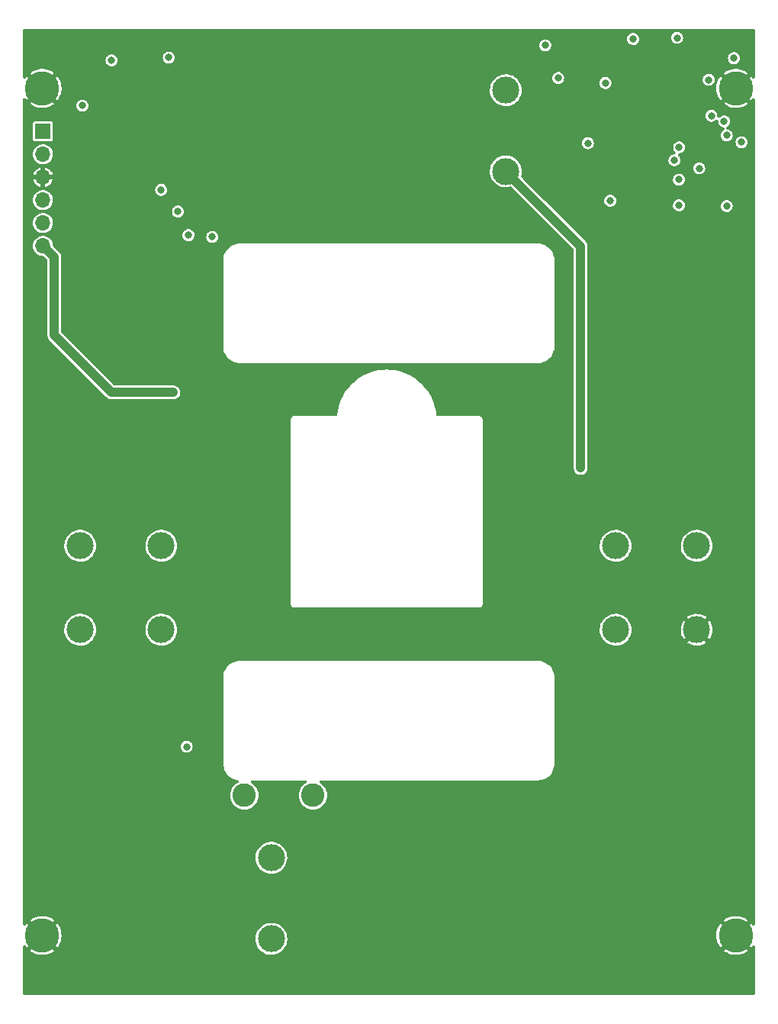
<source format=gbl>
%TF.GenerationSoftware,KiCad,Pcbnew,(6.0.5)*%
%TF.CreationDate,2023-01-23T16:51:02-08:00*%
%TF.ProjectId,X_Y_Panels,585f595f-5061-46e6-956c-732e6b696361,rev?*%
%TF.SameCoordinates,Original*%
%TF.FileFunction,Copper,L6,Bot*%
%TF.FilePolarity,Positive*%
%FSLAX46Y46*%
G04 Gerber Fmt 4.6, Leading zero omitted, Abs format (unit mm)*
G04 Created by KiCad (PCBNEW (6.0.5)) date 2023-01-23 16:51:02*
%MOMM*%
%LPD*%
G01*
G04 APERTURE LIST*
%TA.AperFunction,ComponentPad*%
%ADD10C,3.000000*%
%TD*%
%TA.AperFunction,ConnectorPad*%
%ADD11C,3.800000*%
%TD*%
%TA.AperFunction,ComponentPad*%
%ADD12C,2.600000*%
%TD*%
%TA.AperFunction,ComponentPad*%
%ADD13R,1.700000X1.700000*%
%TD*%
%TA.AperFunction,ComponentPad*%
%ADD14O,1.700000X1.700000*%
%TD*%
%TA.AperFunction,ViaPad*%
%ADD15C,0.800000*%
%TD*%
%TA.AperFunction,Conductor*%
%ADD16C,1.000000*%
%TD*%
G04 APERTURE END LIST*
D10*
X129240000Y-139374000D03*
X129240000Y-130374000D03*
D11*
X180792000Y-138997997D03*
D12*
X180792000Y-138997997D03*
D10*
X108022000Y-105058000D03*
X117022000Y-105058000D03*
D13*
X103886000Y-49784000D03*
D14*
X103886000Y-52324000D03*
X103886000Y-54864000D03*
X103886000Y-57404000D03*
X103886000Y-59944000D03*
X103886000Y-62484000D03*
D10*
X117022000Y-95752000D03*
X108022000Y-95752000D03*
X176458000Y-95758000D03*
X167458000Y-95758000D03*
D11*
X103792000Y-44997997D03*
D12*
X103792000Y-44997997D03*
X103792000Y-138997997D03*
D11*
X103792000Y-138997997D03*
D10*
X155260000Y-45210000D03*
X155260000Y-54210000D03*
D11*
X180792000Y-44997997D03*
D12*
X180792000Y-44997997D03*
X126238000Y-123444000D03*
X133858000Y-123444000D03*
D10*
X167458000Y-105066000D03*
X176458000Y-105066000D03*
D15*
X169144000Y-43156000D03*
X169881000Y-47698000D03*
X117457000Y-46020000D03*
X114973000Y-52595000D03*
X177036000Y-50028000D03*
X116278000Y-54788000D03*
X160020000Y-103886000D03*
X160020000Y-105410000D03*
X157988000Y-107696000D03*
X161290000Y-104648000D03*
X160020000Y-106934000D03*
X177926000Y-53698000D03*
X171436000Y-52528000D03*
X112153000Y-50313000D03*
X114974500Y-45992500D03*
X108228000Y-51588000D03*
X161290000Y-106172000D03*
X112257000Y-46030000D03*
X168578000Y-55634000D03*
X171046000Y-57558000D03*
X117853000Y-41588000D03*
X108257000Y-46914000D03*
X111503000Y-41888000D03*
X164376000Y-51092000D03*
X179778000Y-50220000D03*
X179781000Y-58073000D03*
X169394000Y-39531000D03*
X161069000Y-43856000D03*
X166319000Y-44406000D03*
X174281500Y-39406000D03*
X177781000Y-44048000D03*
X179506000Y-48673000D03*
X174481000Y-57973000D03*
X174481000Y-55123000D03*
X178081000Y-48048000D03*
X174506000Y-51548000D03*
X120028000Y-61288000D03*
X122678000Y-61488000D03*
X119831000Y-118053000D03*
X163576000Y-87122000D03*
X118364000Y-78740000D03*
X159644000Y-40231000D03*
X180594000Y-41656000D03*
X166856000Y-57473000D03*
X117003000Y-56263000D03*
X176731000Y-53873000D03*
X181431000Y-50973000D03*
X118878000Y-58663000D03*
X173981000Y-52973000D03*
D16*
X163576000Y-62526000D02*
X155260000Y-54210000D01*
X163576000Y-87122000D02*
X163576000Y-62526000D01*
X105156000Y-63754000D02*
X103886000Y-62484000D01*
X111506000Y-78740000D02*
X105156000Y-72390000D01*
X105156000Y-72390000D02*
X105156000Y-63754000D01*
X118364000Y-78740000D02*
X111506000Y-78740000D01*
%TA.AperFunction,Conductor*%
G36*
X182824391Y-38398709D02*
G01*
X182881354Y-38449175D01*
X182908341Y-38520332D01*
X182909500Y-38539497D01*
X182909500Y-43762030D01*
X182891288Y-43835921D01*
X182840822Y-43892884D01*
X182769665Y-43919871D01*
X182694118Y-43910698D01*
X182631487Y-43867467D01*
X182620414Y-43853456D01*
X182497515Y-43678588D01*
X182485208Y-43667870D01*
X182480994Y-43668946D01*
X182478148Y-43671059D01*
X181164861Y-44984346D01*
X181156418Y-44998312D01*
X181160422Y-45007209D01*
X182471331Y-46318118D01*
X182485297Y-46326561D01*
X182490049Y-46324422D01*
X182491409Y-46323020D01*
X182611724Y-46159232D01*
X182616250Y-46152100D01*
X182671219Y-46099470D01*
X182744351Y-46078413D01*
X182818891Y-46093754D01*
X182877763Y-46141978D01*
X182907481Y-46212038D01*
X182909500Y-46237294D01*
X182909500Y-137762030D01*
X182891288Y-137835921D01*
X182840822Y-137892884D01*
X182769665Y-137919871D01*
X182694118Y-137910698D01*
X182631487Y-137867467D01*
X182620414Y-137853456D01*
X182497515Y-137678588D01*
X182485208Y-137667870D01*
X182480994Y-137668946D01*
X182478148Y-137671059D01*
X181164861Y-138984346D01*
X181156418Y-138998312D01*
X181160422Y-139007209D01*
X182471331Y-140318118D01*
X182485297Y-140326561D01*
X182490049Y-140324422D01*
X182491409Y-140323020D01*
X182611724Y-140159232D01*
X182616250Y-140152100D01*
X182671219Y-140099470D01*
X182744351Y-140078413D01*
X182818891Y-140093754D01*
X182877763Y-140141978D01*
X182907481Y-140212038D01*
X182909500Y-140237294D01*
X182909500Y-145456497D01*
X182891288Y-145530388D01*
X182840822Y-145587351D01*
X182769665Y-145614338D01*
X182750500Y-145615497D01*
X101833500Y-145615497D01*
X101759609Y-145597285D01*
X101702646Y-145546819D01*
X101675659Y-145475662D01*
X101674500Y-145456497D01*
X101674500Y-140691073D01*
X102463657Y-140691073D01*
X102466572Y-140697550D01*
X102518803Y-140741222D01*
X102527538Y-140747568D01*
X102767161Y-140897883D01*
X102776678Y-140902986D01*
X103034484Y-141019391D01*
X103044617Y-141023159D01*
X103315821Y-141103493D01*
X103326383Y-141105853D01*
X103605984Y-141148639D01*
X103616751Y-141149543D01*
X103899577Y-141153986D01*
X103910375Y-141153420D01*
X104191186Y-141119439D01*
X104201793Y-141117416D01*
X104475419Y-141045631D01*
X104485636Y-141042192D01*
X104746980Y-140933940D01*
X104756657Y-140929136D01*
X105000890Y-140786418D01*
X105009810Y-140780357D01*
X105109712Y-140702023D01*
X105119771Y-140689173D01*
X105117868Y-140683075D01*
X103805651Y-139370858D01*
X103791685Y-139362415D01*
X103782788Y-139366419D01*
X102472100Y-140677107D01*
X102463657Y-140691073D01*
X101674500Y-140691073D01*
X101674500Y-140232061D01*
X101692712Y-140158170D01*
X101743178Y-140101207D01*
X101814335Y-140074220D01*
X101889882Y-140083393D01*
X101952513Y-140126624D01*
X101964536Y-140142002D01*
X102085677Y-140318264D01*
X102097871Y-140329111D01*
X102101674Y-140328182D01*
X102105177Y-140325610D01*
X103419139Y-139011648D01*
X103427201Y-138998312D01*
X104156418Y-138998312D01*
X104160422Y-139007209D01*
X105471331Y-140318118D01*
X105485297Y-140326561D01*
X105490049Y-140324422D01*
X105491409Y-140323020D01*
X105611730Y-140159224D01*
X105617513Y-140150112D01*
X105752488Y-139901519D01*
X105756984Y-139891698D01*
X105856972Y-139627086D01*
X105860092Y-139616752D01*
X105923244Y-139341019D01*
X105924933Y-139330357D01*
X105925162Y-139327786D01*
X127475168Y-139327786D01*
X127487722Y-139589153D01*
X127538771Y-139845793D01*
X127540762Y-139851338D01*
X127540763Y-139851342D01*
X127558779Y-139901519D01*
X127627193Y-140092068D01*
X127751046Y-140322569D01*
X127907608Y-140532231D01*
X127911794Y-140536380D01*
X127911796Y-140536383D01*
X128089256Y-140712302D01*
X128089261Y-140712306D01*
X128093440Y-140716449D01*
X128180600Y-140780357D01*
X128299702Y-140867686D01*
X128299706Y-140867688D01*
X128304461Y-140871175D01*
X128309677Y-140873919D01*
X128309683Y-140873923D01*
X128530814Y-140990266D01*
X128530818Y-140990268D01*
X128536034Y-140993012D01*
X128783071Y-141079281D01*
X129040147Y-141128089D01*
X129046049Y-141128321D01*
X129046050Y-141128321D01*
X129088600Y-141129993D01*
X129301613Y-141138362D01*
X129561725Y-141109875D01*
X129567425Y-141108374D01*
X129567432Y-141108373D01*
X129809066Y-141044755D01*
X129809069Y-141044754D01*
X129814770Y-141043253D01*
X130055188Y-140939962D01*
X130060203Y-140936858D01*
X130060208Y-140936856D01*
X130185981Y-140859025D01*
X130277698Y-140802269D01*
X130282201Y-140798457D01*
X130282205Y-140798454D01*
X130409048Y-140691073D01*
X179463657Y-140691073D01*
X179466572Y-140697550D01*
X179518803Y-140741222D01*
X179527538Y-140747568D01*
X179767161Y-140897883D01*
X179776678Y-140902986D01*
X180034484Y-141019391D01*
X180044617Y-141023159D01*
X180315821Y-141103493D01*
X180326383Y-141105853D01*
X180605984Y-141148639D01*
X180616751Y-141149543D01*
X180899577Y-141153986D01*
X180910375Y-141153420D01*
X181191186Y-141119439D01*
X181201793Y-141117416D01*
X181475419Y-141045631D01*
X181485636Y-141042192D01*
X181746980Y-140933940D01*
X181756657Y-140929136D01*
X182000890Y-140786418D01*
X182009810Y-140780357D01*
X182109712Y-140702023D01*
X182119771Y-140689173D01*
X182117868Y-140683075D01*
X180805651Y-139370858D01*
X180791685Y-139362415D01*
X180782788Y-139366419D01*
X179472100Y-140677107D01*
X179463657Y-140691073D01*
X130409048Y-140691073D01*
X130472912Y-140637008D01*
X130472914Y-140637006D01*
X130477411Y-140633199D01*
X130649941Y-140436467D01*
X130791496Y-140216394D01*
X130831935Y-140126624D01*
X130896546Y-139983191D01*
X130898968Y-139977815D01*
X130923256Y-139891698D01*
X130968393Y-139731652D01*
X130969995Y-139725972D01*
X131003018Y-139466396D01*
X131005437Y-139374000D01*
X130986045Y-139113052D01*
X130975723Y-139067435D01*
X130956118Y-138980791D01*
X178633397Y-138980791D01*
X178649680Y-139263190D01*
X178651033Y-139273905D01*
X178705494Y-139551494D01*
X178708284Y-139561908D01*
X178799915Y-139829539D01*
X178804098Y-139839490D01*
X178931201Y-140092204D01*
X178936694Y-140101493D01*
X179085676Y-140318263D01*
X179097871Y-140329111D01*
X179101674Y-140328182D01*
X179105177Y-140325610D01*
X180419139Y-139011648D01*
X180427582Y-138997682D01*
X180423578Y-138988785D01*
X179112039Y-137677246D01*
X179098073Y-137668803D01*
X179093714Y-137670765D01*
X179091810Y-137672749D01*
X178960218Y-137855879D01*
X178954519Y-137865070D01*
X178822152Y-138115066D01*
X178817768Y-138124913D01*
X178720554Y-138390564D01*
X178717541Y-138400935D01*
X178657282Y-138677306D01*
X178655703Y-138687997D01*
X178633509Y-138969996D01*
X178633397Y-138980791D01*
X130956118Y-138980791D01*
X130929600Y-138863597D01*
X130929598Y-138863592D01*
X130928296Y-138857836D01*
X130833457Y-138613960D01*
X130809766Y-138572508D01*
X130706545Y-138391908D01*
X130706544Y-138391907D01*
X130703614Y-138386780D01*
X130541617Y-138181288D01*
X130351026Y-138001998D01*
X130136027Y-137852848D01*
X129951867Y-137762030D01*
X129906631Y-137739722D01*
X129906628Y-137739721D01*
X129901344Y-137737115D01*
X129895732Y-137735318D01*
X129895728Y-137735317D01*
X129657747Y-137659139D01*
X129657746Y-137659139D01*
X129652133Y-137657342D01*
X129599628Y-137648791D01*
X129399697Y-137616230D01*
X129399693Y-137616230D01*
X129393868Y-137615281D01*
X129263046Y-137613569D01*
X129138129Y-137611933D01*
X129138125Y-137611933D01*
X129132223Y-137611856D01*
X129034756Y-137625121D01*
X128878785Y-137646347D01*
X128878782Y-137646348D01*
X128872945Y-137647142D01*
X128867292Y-137648790D01*
X128867286Y-137648791D01*
X128765058Y-137678588D01*
X128621731Y-137720364D01*
X128616383Y-137722830D01*
X128616379Y-137722831D01*
X128389458Y-137827443D01*
X128389453Y-137827446D01*
X128384099Y-137829914D01*
X128379166Y-137833148D01*
X128379161Y-137833151D01*
X128246892Y-137919871D01*
X128165270Y-137973385D01*
X128160867Y-137977314D01*
X128160868Y-137977314D01*
X127983382Y-138135726D01*
X127970051Y-138147624D01*
X127802730Y-138348806D01*
X127799670Y-138353848D01*
X127799669Y-138353850D01*
X127776575Y-138391908D01*
X127666984Y-138572508D01*
X127565794Y-138813819D01*
X127501384Y-139067435D01*
X127500793Y-139073309D01*
X127480594Y-139273905D01*
X127475168Y-139327786D01*
X105925162Y-139327786D01*
X105950281Y-139046322D01*
X105950592Y-139040081D01*
X105951000Y-139001116D01*
X105950821Y-138994891D01*
X105931425Y-138710380D01*
X105929959Y-138699681D01*
X105872600Y-138422703D01*
X105869690Y-138412278D01*
X105775272Y-138145650D01*
X105770977Y-138135726D01*
X105641244Y-137884373D01*
X105635648Y-137875131D01*
X105497515Y-137678588D01*
X105485208Y-137667870D01*
X105480994Y-137668946D01*
X105478148Y-137671059D01*
X104164861Y-138984346D01*
X104156418Y-138998312D01*
X103427201Y-138998312D01*
X103427582Y-138997682D01*
X103423578Y-138988785D01*
X102112039Y-137677246D01*
X102098073Y-137668803D01*
X102093714Y-137670765D01*
X102091810Y-137672749D01*
X101962621Y-137852535D01*
X101904713Y-137901913D01*
X101830490Y-137918724D01*
X101756957Y-137899116D01*
X101700959Y-137847581D01*
X101675325Y-137775926D01*
X101674500Y-137759752D01*
X101674500Y-137306719D01*
X102464191Y-137306719D01*
X102466228Y-137313015D01*
X103778349Y-138625136D01*
X103792315Y-138633579D01*
X103801212Y-138629575D01*
X105111517Y-137319270D01*
X105119105Y-137306719D01*
X179464191Y-137306719D01*
X179466228Y-137313015D01*
X180778349Y-138625136D01*
X180792315Y-138633579D01*
X180801212Y-138629575D01*
X182111517Y-137319270D01*
X182119960Y-137305304D01*
X182117147Y-137299054D01*
X182046872Y-137241534D01*
X182038073Y-137235281D01*
X181796888Y-137087483D01*
X181787312Y-137082477D01*
X181528312Y-136968784D01*
X181518131Y-136965118D01*
X181246090Y-136887626D01*
X181235534Y-136885382D01*
X180955480Y-136845524D01*
X180944714Y-136844734D01*
X180661839Y-136843252D01*
X180651074Y-136843930D01*
X180370610Y-136880853D01*
X180360038Y-136882985D01*
X180087189Y-136957628D01*
X180076980Y-136961184D01*
X179816801Y-137072160D01*
X179807174Y-137077066D01*
X179564464Y-137222324D01*
X179555581Y-137228498D01*
X179474114Y-137293765D01*
X179464191Y-137306719D01*
X105119105Y-137306719D01*
X105119960Y-137305304D01*
X105117147Y-137299054D01*
X105046872Y-137241534D01*
X105038073Y-137235281D01*
X104796888Y-137087483D01*
X104787312Y-137082477D01*
X104528312Y-136968784D01*
X104518131Y-136965118D01*
X104246090Y-136887626D01*
X104235534Y-136885382D01*
X103955480Y-136845524D01*
X103944714Y-136844734D01*
X103661839Y-136843252D01*
X103651074Y-136843930D01*
X103370610Y-136880853D01*
X103360038Y-136882985D01*
X103087189Y-136957628D01*
X103076980Y-136961184D01*
X102816801Y-137072160D01*
X102807174Y-137077066D01*
X102564464Y-137222324D01*
X102555581Y-137228498D01*
X102474114Y-137293765D01*
X102464191Y-137306719D01*
X101674500Y-137306719D01*
X101674500Y-130327786D01*
X127475168Y-130327786D01*
X127487722Y-130589153D01*
X127538771Y-130845793D01*
X127627193Y-131092068D01*
X127751046Y-131322569D01*
X127907608Y-131532231D01*
X127911794Y-131536380D01*
X127911796Y-131536383D01*
X128089256Y-131712302D01*
X128089261Y-131712306D01*
X128093440Y-131716449D01*
X128205281Y-131798454D01*
X128299702Y-131867686D01*
X128299706Y-131867688D01*
X128304461Y-131871175D01*
X128309677Y-131873919D01*
X128309683Y-131873923D01*
X128530814Y-131990266D01*
X128530818Y-131990268D01*
X128536034Y-131993012D01*
X128783071Y-132079281D01*
X129040147Y-132128089D01*
X129046049Y-132128321D01*
X129046050Y-132128321D01*
X129088600Y-132129993D01*
X129301613Y-132138362D01*
X129561725Y-132109875D01*
X129567425Y-132108374D01*
X129567432Y-132108373D01*
X129809066Y-132044755D01*
X129809069Y-132044754D01*
X129814770Y-132043253D01*
X130055188Y-131939962D01*
X130060203Y-131936858D01*
X130060208Y-131936856D01*
X130185981Y-131859025D01*
X130277698Y-131802269D01*
X130282201Y-131798457D01*
X130282205Y-131798454D01*
X130472912Y-131637008D01*
X130472914Y-131637006D01*
X130477411Y-131633199D01*
X130649941Y-131436467D01*
X130791496Y-131216394D01*
X130898968Y-130977815D01*
X130969995Y-130725972D01*
X131003018Y-130466396D01*
X131005437Y-130374000D01*
X130986045Y-130113052D01*
X130975723Y-130067435D01*
X130929600Y-129863597D01*
X130929598Y-129863592D01*
X130928296Y-129857836D01*
X130833457Y-129613960D01*
X130809766Y-129572508D01*
X130706545Y-129391908D01*
X130706544Y-129391907D01*
X130703614Y-129386780D01*
X130541617Y-129181288D01*
X130351026Y-129001998D01*
X130136027Y-128852848D01*
X130028174Y-128799661D01*
X129906631Y-128739722D01*
X129906628Y-128739721D01*
X129901344Y-128737115D01*
X129895732Y-128735318D01*
X129895728Y-128735317D01*
X129657747Y-128659139D01*
X129657746Y-128659139D01*
X129652133Y-128657342D01*
X129599628Y-128648791D01*
X129399697Y-128616230D01*
X129399693Y-128616230D01*
X129393868Y-128615281D01*
X129263046Y-128613569D01*
X129138129Y-128611933D01*
X129138125Y-128611933D01*
X129132223Y-128611856D01*
X129034756Y-128625121D01*
X128878785Y-128646347D01*
X128878782Y-128646348D01*
X128872945Y-128647142D01*
X128867292Y-128648790D01*
X128867286Y-128648791D01*
X128747338Y-128683753D01*
X128621731Y-128720364D01*
X128616383Y-128722830D01*
X128616379Y-128722831D01*
X128389458Y-128827443D01*
X128389453Y-128827446D01*
X128384099Y-128829914D01*
X128379166Y-128833148D01*
X128379161Y-128833151D01*
X128170204Y-128970150D01*
X128165270Y-128973385D01*
X127970051Y-129147624D01*
X127802730Y-129348806D01*
X127666984Y-129572508D01*
X127565794Y-129813819D01*
X127501384Y-130067435D01*
X127475168Y-130327786D01*
X101674500Y-130327786D01*
X101674500Y-118046033D01*
X119165685Y-118046033D01*
X119166736Y-118055553D01*
X119166736Y-118055556D01*
X119168561Y-118072083D01*
X119183228Y-118204933D01*
X119238168Y-118355063D01*
X119243511Y-118363015D01*
X119243512Y-118363016D01*
X119250581Y-118373535D01*
X119327333Y-118487754D01*
X119445575Y-118595346D01*
X119453991Y-118599915D01*
X119453993Y-118599917D01*
X119577645Y-118667055D01*
X119577647Y-118667056D01*
X119586068Y-118671628D01*
X119740702Y-118712195D01*
X119750281Y-118712345D01*
X119750285Y-118712346D01*
X119824405Y-118713510D01*
X119900548Y-118714706D01*
X119910853Y-118712346D01*
X119935828Y-118706626D01*
X120056380Y-118679016D01*
X120199200Y-118607185D01*
X120320763Y-118503360D01*
X120414052Y-118373535D01*
X120473680Y-118225206D01*
X120496205Y-118066934D01*
X120496351Y-118053000D01*
X120477145Y-117894292D01*
X120420636Y-117744746D01*
X120330087Y-117612995D01*
X120317175Y-117601491D01*
X120217880Y-117513022D01*
X120217876Y-117513019D01*
X120210725Y-117506648D01*
X120069440Y-117431841D01*
X119914391Y-117392895D01*
X119834458Y-117392476D01*
X119764107Y-117392108D01*
X119764106Y-117392108D01*
X119754526Y-117392058D01*
X119706131Y-117403677D01*
X119608397Y-117427140D01*
X119608393Y-117427141D01*
X119599077Y-117429378D01*
X119590562Y-117433773D01*
X119590559Y-117433774D01*
X119465530Y-117498307D01*
X119457017Y-117502701D01*
X119336548Y-117607793D01*
X119244624Y-117738588D01*
X119186552Y-117887534D01*
X119165685Y-118046033D01*
X101674500Y-118046033D01*
X101674500Y-110400650D01*
X123898392Y-110400650D01*
X123900350Y-110413013D01*
X123900350Y-110413014D01*
X123901222Y-110418522D01*
X123903180Y-110443322D01*
X123907481Y-119857430D01*
X123905524Y-119882370D01*
X123902732Y-119900000D01*
X123903976Y-119907852D01*
X123919601Y-120146243D01*
X123967743Y-120388272D01*
X124047065Y-120621947D01*
X124156209Y-120843270D01*
X124293308Y-121048452D01*
X124456015Y-121233985D01*
X124459925Y-121237414D01*
X124637634Y-121393260D01*
X124637638Y-121393263D01*
X124641548Y-121396692D01*
X124846731Y-121533791D01*
X125068053Y-121642935D01*
X125072975Y-121644606D01*
X125072978Y-121644607D01*
X125296805Y-121720586D01*
X125301728Y-121722257D01*
X125476696Y-121757060D01*
X125545612Y-121789337D01*
X125591636Y-121849945D01*
X125604222Y-121924999D01*
X125580487Y-121997306D01*
X125527192Y-122049016D01*
X125527357Y-122049285D01*
X125524327Y-122051142D01*
X125323249Y-122174362D01*
X125323245Y-122174365D01*
X125317925Y-122177625D01*
X125131148Y-122337148D01*
X124971625Y-122523925D01*
X124843285Y-122733357D01*
X124749287Y-122960288D01*
X124691947Y-123199129D01*
X124672675Y-123444000D01*
X124691947Y-123688871D01*
X124749287Y-123927712D01*
X124843285Y-124154643D01*
X124971625Y-124364075D01*
X125131148Y-124550852D01*
X125317925Y-124710375D01*
X125323245Y-124713635D01*
X125323249Y-124713638D01*
X125497395Y-124820354D01*
X125527357Y-124838715D01*
X125754288Y-124932713D01*
X125760364Y-124934172D01*
X125760368Y-124934173D01*
X125987059Y-124988596D01*
X125987062Y-124988597D01*
X125993129Y-124990053D01*
X125999349Y-124990543D01*
X125999352Y-124990543D01*
X126231774Y-125008835D01*
X126238000Y-125009325D01*
X126244226Y-125008835D01*
X126476648Y-124990543D01*
X126476651Y-124990543D01*
X126482871Y-124990053D01*
X126488938Y-124988597D01*
X126488941Y-124988596D01*
X126715632Y-124934173D01*
X126715636Y-124934172D01*
X126721712Y-124932713D01*
X126948643Y-124838715D01*
X126978605Y-124820354D01*
X127152751Y-124713638D01*
X127152755Y-124713635D01*
X127158075Y-124710375D01*
X127344852Y-124550852D01*
X127504375Y-124364075D01*
X127632715Y-124154643D01*
X127726713Y-123927712D01*
X127784053Y-123688871D01*
X127803325Y-123444000D01*
X127784053Y-123199129D01*
X127726713Y-122960288D01*
X127632715Y-122733357D01*
X127504375Y-122523925D01*
X127344852Y-122337148D01*
X127158075Y-122177625D01*
X127152755Y-122174365D01*
X127152751Y-122174362D01*
X126993984Y-122077070D01*
X126940497Y-122022933D01*
X126918296Y-121950141D01*
X126932466Y-121875370D01*
X126979761Y-121815748D01*
X127049346Y-121784934D01*
X127077061Y-121782500D01*
X133018939Y-121782500D01*
X133092830Y-121800712D01*
X133149793Y-121851178D01*
X133176780Y-121922335D01*
X133167607Y-121997882D01*
X133124376Y-122060513D01*
X133102016Y-122077070D01*
X132943249Y-122174362D01*
X132943245Y-122174365D01*
X132937925Y-122177625D01*
X132751148Y-122337148D01*
X132591625Y-122523925D01*
X132463285Y-122733357D01*
X132369287Y-122960288D01*
X132311947Y-123199129D01*
X132292675Y-123444000D01*
X132311947Y-123688871D01*
X132369287Y-123927712D01*
X132463285Y-124154643D01*
X132591625Y-124364075D01*
X132751148Y-124550852D01*
X132937925Y-124710375D01*
X132943245Y-124713635D01*
X132943249Y-124713638D01*
X133117395Y-124820354D01*
X133147357Y-124838715D01*
X133374288Y-124932713D01*
X133380364Y-124934172D01*
X133380368Y-124934173D01*
X133607059Y-124988596D01*
X133607062Y-124988597D01*
X133613129Y-124990053D01*
X133619349Y-124990543D01*
X133619352Y-124990543D01*
X133851774Y-125008835D01*
X133858000Y-125009325D01*
X133864226Y-125008835D01*
X134096648Y-124990543D01*
X134096651Y-124990543D01*
X134102871Y-124990053D01*
X134108938Y-124988597D01*
X134108941Y-124988596D01*
X134335632Y-124934173D01*
X134335636Y-124934172D01*
X134341712Y-124932713D01*
X134568643Y-124838715D01*
X134598605Y-124820354D01*
X134772751Y-124713638D01*
X134772755Y-124713635D01*
X134778075Y-124710375D01*
X134964852Y-124550852D01*
X135124375Y-124364075D01*
X135252715Y-124154643D01*
X135346713Y-123927712D01*
X135404053Y-123688871D01*
X135423325Y-123444000D01*
X135404053Y-123199129D01*
X135346713Y-122960288D01*
X135252715Y-122733357D01*
X135124375Y-122523925D01*
X134964852Y-122337148D01*
X134778075Y-122177625D01*
X134772755Y-122174365D01*
X134772751Y-122174362D01*
X134613984Y-122077070D01*
X134560497Y-122022933D01*
X134538296Y-121950141D01*
X134552466Y-121875370D01*
X134599761Y-121815748D01*
X134669346Y-121784934D01*
X134697061Y-121782500D01*
X158757385Y-121782500D01*
X158782246Y-121784456D01*
X158800000Y-121787268D01*
X158807852Y-121786024D01*
X158818336Y-121785337D01*
X158818337Y-121785337D01*
X159041060Y-121770739D01*
X159041064Y-121770738D01*
X159046243Y-121770399D01*
X159288272Y-121722257D01*
X159293195Y-121720586D01*
X159517022Y-121644607D01*
X159517025Y-121644606D01*
X159521947Y-121642935D01*
X159743270Y-121533791D01*
X159948452Y-121396692D01*
X159952366Y-121393260D01*
X160130075Y-121237414D01*
X160133985Y-121233985D01*
X160296692Y-121048452D01*
X160433791Y-120843270D01*
X160542935Y-120621947D01*
X160622257Y-120388272D01*
X160670399Y-120146243D01*
X160686024Y-119907852D01*
X160687268Y-119900000D01*
X160684456Y-119882246D01*
X160682500Y-119857385D01*
X160682501Y-110442615D01*
X160684457Y-110417754D01*
X160687269Y-110400000D01*
X160686024Y-110392137D01*
X160670399Y-110153757D01*
X160622257Y-109911728D01*
X160542935Y-109678053D01*
X160433791Y-109456731D01*
X160329162Y-109300142D01*
X160299584Y-109255876D01*
X160299583Y-109255875D01*
X160296692Y-109251548D01*
X160138010Y-109070605D01*
X160137416Y-109069928D01*
X160137414Y-109069926D01*
X160133985Y-109066016D01*
X159948453Y-108903308D01*
X159743270Y-108766210D01*
X159738609Y-108763911D01*
X159738603Y-108763908D01*
X159526612Y-108659366D01*
X159521948Y-108657066D01*
X159517026Y-108655395D01*
X159517023Y-108655394D01*
X159293199Y-108579416D01*
X159293197Y-108579415D01*
X159288273Y-108577744D01*
X159283177Y-108576730D01*
X159283172Y-108576729D01*
X159120930Y-108544457D01*
X159046244Y-108529601D01*
X159041057Y-108529261D01*
X159041049Y-108529260D01*
X158818762Y-108514691D01*
X158807853Y-108513976D01*
X158800001Y-108512732D01*
X158782245Y-108515544D01*
X158757381Y-108517501D01*
X142294801Y-108517830D01*
X125828269Y-108518160D01*
X125803404Y-108516204D01*
X125785650Y-108513392D01*
X125777798Y-108514636D01*
X125767316Y-108515323D01*
X125767315Y-108515323D01*
X125660600Y-108522320D01*
X125539410Y-108530266D01*
X125534307Y-108531281D01*
X125534308Y-108531281D01*
X125302485Y-108577398D01*
X125302479Y-108577400D01*
X125297385Y-108578413D01*
X125172962Y-108620651D01*
X125068647Y-108656063D01*
X125068642Y-108656065D01*
X125063714Y-108657738D01*
X125059043Y-108660042D01*
X125059042Y-108660042D01*
X124847069Y-108764578D01*
X124847063Y-108764581D01*
X124842396Y-108766883D01*
X124838066Y-108769776D01*
X124838063Y-108769778D01*
X124641555Y-108901082D01*
X124641551Y-108901085D01*
X124637217Y-108903981D01*
X124451687Y-109066687D01*
X124288981Y-109252217D01*
X124286085Y-109256551D01*
X124286082Y-109256555D01*
X124154778Y-109453063D01*
X124151883Y-109457396D01*
X124042738Y-109678714D01*
X123963413Y-109912385D01*
X123915266Y-110154410D01*
X123899636Y-110392798D01*
X123898392Y-110400650D01*
X101674500Y-110400650D01*
X101674500Y-105011786D01*
X106257168Y-105011786D01*
X106269722Y-105273153D01*
X106320771Y-105529793D01*
X106322762Y-105535338D01*
X106322763Y-105535342D01*
X106366134Y-105656139D01*
X106409193Y-105776068D01*
X106429840Y-105814494D01*
X106482959Y-105913352D01*
X106533046Y-106006569D01*
X106689608Y-106216231D01*
X106693794Y-106220380D01*
X106693796Y-106220383D01*
X106871256Y-106396302D01*
X106871261Y-106396306D01*
X106875440Y-106400449D01*
X106987281Y-106482454D01*
X107081702Y-106551686D01*
X107081706Y-106551688D01*
X107086461Y-106555175D01*
X107091677Y-106557919D01*
X107091683Y-106557923D01*
X107312814Y-106674266D01*
X107312818Y-106674268D01*
X107318034Y-106677012D01*
X107565071Y-106763281D01*
X107822147Y-106812089D01*
X107828049Y-106812321D01*
X107828050Y-106812321D01*
X107866789Y-106813843D01*
X108083613Y-106822362D01*
X108343725Y-106793875D01*
X108349425Y-106792374D01*
X108349432Y-106792373D01*
X108591066Y-106728755D01*
X108591069Y-106728754D01*
X108596770Y-106727253D01*
X108813144Y-106634292D01*
X108831765Y-106626292D01*
X108831766Y-106626291D01*
X108837188Y-106623962D01*
X108842203Y-106620858D01*
X108842208Y-106620856D01*
X108967981Y-106543025D01*
X109059698Y-106486269D01*
X109064201Y-106482457D01*
X109064205Y-106482454D01*
X109254912Y-106321008D01*
X109254914Y-106321006D01*
X109259411Y-106317199D01*
X109431941Y-106120467D01*
X109573496Y-105900394D01*
X109680968Y-105661815D01*
X109751995Y-105409972D01*
X109785018Y-105150396D01*
X109787236Y-105065685D01*
X109787333Y-105061977D01*
X109787333Y-105061975D01*
X109787437Y-105058000D01*
X109784003Y-105011786D01*
X115257168Y-105011786D01*
X115269722Y-105273153D01*
X115320771Y-105529793D01*
X115322762Y-105535338D01*
X115322763Y-105535342D01*
X115366134Y-105656139D01*
X115409193Y-105776068D01*
X115429840Y-105814494D01*
X115482959Y-105913352D01*
X115533046Y-106006569D01*
X115689608Y-106216231D01*
X115693794Y-106220380D01*
X115693796Y-106220383D01*
X115871256Y-106396302D01*
X115871261Y-106396306D01*
X115875440Y-106400449D01*
X115987281Y-106482454D01*
X116081702Y-106551686D01*
X116081706Y-106551688D01*
X116086461Y-106555175D01*
X116091677Y-106557919D01*
X116091683Y-106557923D01*
X116312814Y-106674266D01*
X116312818Y-106674268D01*
X116318034Y-106677012D01*
X116565071Y-106763281D01*
X116822147Y-106812089D01*
X116828049Y-106812321D01*
X116828050Y-106812321D01*
X116866789Y-106813843D01*
X117083613Y-106822362D01*
X117343725Y-106793875D01*
X117349425Y-106792374D01*
X117349432Y-106792373D01*
X117591066Y-106728755D01*
X117591069Y-106728754D01*
X117596770Y-106727253D01*
X117813144Y-106634292D01*
X117831765Y-106626292D01*
X117831766Y-106626291D01*
X117837188Y-106623962D01*
X117842203Y-106620858D01*
X117842208Y-106620856D01*
X117967981Y-106543025D01*
X118059698Y-106486269D01*
X118064201Y-106482457D01*
X118064205Y-106482454D01*
X118254912Y-106321008D01*
X118254914Y-106321006D01*
X118259411Y-106317199D01*
X118431941Y-106120467D01*
X118573496Y-105900394D01*
X118680968Y-105661815D01*
X118751995Y-105409972D01*
X118785018Y-105150396D01*
X118787236Y-105065685D01*
X118787333Y-105061977D01*
X118787333Y-105061975D01*
X118787437Y-105058000D01*
X118784597Y-105019786D01*
X165693168Y-105019786D01*
X165705722Y-105281153D01*
X165756771Y-105537793D01*
X165758762Y-105543338D01*
X165758763Y-105543342D01*
X165801333Y-105661909D01*
X165845193Y-105784068D01*
X165847985Y-105789264D01*
X165964371Y-106005868D01*
X165969046Y-106014569D01*
X166125608Y-106224231D01*
X166129794Y-106228380D01*
X166129796Y-106228383D01*
X166307256Y-106404302D01*
X166307261Y-106404306D01*
X166311440Y-106408449D01*
X166392243Y-106467696D01*
X166517702Y-106559686D01*
X166517706Y-106559688D01*
X166522461Y-106563175D01*
X166527677Y-106565919D01*
X166527683Y-106565923D01*
X166748814Y-106682266D01*
X166748818Y-106682268D01*
X166754034Y-106685012D01*
X166759604Y-106686957D01*
X166981310Y-106764380D01*
X167001071Y-106771281D01*
X167258147Y-106820089D01*
X167264049Y-106820321D01*
X167264050Y-106820321D01*
X167299659Y-106821720D01*
X167519613Y-106830362D01*
X167779725Y-106801875D01*
X167785425Y-106800374D01*
X167785432Y-106800373D01*
X168027066Y-106736755D01*
X168027069Y-106736754D01*
X168032770Y-106735253D01*
X168273188Y-106631962D01*
X168278203Y-106628858D01*
X168278208Y-106628856D01*
X168403981Y-106551025D01*
X168495698Y-106494269D01*
X168500201Y-106490457D01*
X168500205Y-106490454D01*
X168520580Y-106473205D01*
X175415529Y-106473205D01*
X175417653Y-106477925D01*
X175419102Y-106479329D01*
X175521154Y-106554156D01*
X175531143Y-106560398D01*
X175751406Y-106676283D01*
X175762208Y-106680980D01*
X175997182Y-106763037D01*
X176008560Y-106766085D01*
X176253097Y-106812512D01*
X176264777Y-106813843D01*
X176513489Y-106823615D01*
X176525247Y-106823205D01*
X176772673Y-106796107D01*
X176784244Y-106793963D01*
X177024942Y-106730592D01*
X177036066Y-106726762D01*
X177264764Y-106628505D01*
X177275192Y-106623076D01*
X177486843Y-106492103D01*
X177493891Y-106486983D01*
X177502904Y-106474534D01*
X177500485Y-106467696D01*
X176471651Y-105438861D01*
X176457685Y-105430418D01*
X176448786Y-105434424D01*
X175423972Y-106459239D01*
X175415529Y-106473205D01*
X168520580Y-106473205D01*
X168690912Y-106329008D01*
X168690914Y-106329006D01*
X168695411Y-106325199D01*
X168867941Y-106128467D01*
X169009496Y-105908394D01*
X169015522Y-105895018D01*
X169068003Y-105778514D01*
X169116968Y-105669815D01*
X169187995Y-105417972D01*
X169221018Y-105158396D01*
X169223437Y-105066000D01*
X169222843Y-105058000D01*
X169220453Y-105025842D01*
X174699968Y-105025842D01*
X174711910Y-105274464D01*
X174713344Y-105286146D01*
X174761903Y-105530267D01*
X174765045Y-105541599D01*
X174849154Y-105775863D01*
X174853943Y-105786617D01*
X174971751Y-106005868D01*
X174978073Y-106015792D01*
X175039592Y-106098175D01*
X175052203Y-106108535D01*
X175057525Y-106107011D01*
X175058600Y-106106189D01*
X176085139Y-105079651D01*
X176093201Y-105066315D01*
X176822418Y-105066315D01*
X176826424Y-105075214D01*
X177854180Y-106102969D01*
X177868146Y-106111412D01*
X177870563Y-106110324D01*
X177875044Y-106105406D01*
X178000578Y-105910241D01*
X178006189Y-105899907D01*
X178108420Y-105672961D01*
X178112443Y-105661909D01*
X178180006Y-105422350D01*
X178182351Y-105410823D01*
X178214004Y-105162010D01*
X178214612Y-105154063D01*
X178216814Y-105069987D01*
X178216623Y-105062029D01*
X178198035Y-104811900D01*
X178196295Y-104800256D01*
X178141366Y-104557503D01*
X178137922Y-104546238D01*
X178047712Y-104314264D01*
X178042646Y-104303644D01*
X177919141Y-104087556D01*
X177912552Y-104077787D01*
X177877279Y-104033043D01*
X177864403Y-104023018D01*
X177858257Y-104024954D01*
X176830861Y-105052349D01*
X176822418Y-105066315D01*
X176093201Y-105066315D01*
X176093582Y-105065685D01*
X176089576Y-105056786D01*
X175063001Y-104030212D01*
X175049035Y-104021769D01*
X175042616Y-104024658D01*
X175029805Y-104040061D01*
X175022980Y-104049630D01*
X174893854Y-104262423D01*
X174888512Y-104272907D01*
X174792256Y-104502450D01*
X174788524Y-104513603D01*
X174727257Y-104754846D01*
X174725213Y-104766441D01*
X174700275Y-105014094D01*
X174699968Y-105025842D01*
X169220453Y-105025842D01*
X169204482Y-104810937D01*
X169204045Y-104805052D01*
X169192685Y-104754846D01*
X169147600Y-104555597D01*
X169147598Y-104555592D01*
X169146296Y-104549836D01*
X169051457Y-104305960D01*
X169027766Y-104264508D01*
X168924545Y-104083908D01*
X168924544Y-104083907D01*
X168921614Y-104078780D01*
X168759617Y-103873288D01*
X168569026Y-103693998D01*
X168517501Y-103658254D01*
X175413129Y-103658254D01*
X175413780Y-103661194D01*
X175417275Y-103666065D01*
X176444349Y-104693139D01*
X176458315Y-104701582D01*
X176467212Y-104697578D01*
X177492704Y-103672085D01*
X177501147Y-103658119D01*
X177499466Y-103654385D01*
X177496547Y-103651630D01*
X177355570Y-103553831D01*
X177345425Y-103547855D01*
X177122190Y-103437768D01*
X177111287Y-103433362D01*
X176874233Y-103357480D01*
X176862781Y-103354731D01*
X176617129Y-103314724D01*
X176605395Y-103313698D01*
X176356527Y-103310440D01*
X176344773Y-103311159D01*
X176098143Y-103344724D01*
X176086636Y-103347170D01*
X175847679Y-103416819D01*
X175836658Y-103420939D01*
X175610619Y-103525145D01*
X175600322Y-103530853D01*
X175424241Y-103646298D01*
X175413129Y-103658254D01*
X168517501Y-103658254D01*
X168354027Y-103544848D01*
X168136891Y-103437768D01*
X168124631Y-103431722D01*
X168124628Y-103431721D01*
X168119344Y-103429115D01*
X168113732Y-103427318D01*
X168113728Y-103427317D01*
X167875747Y-103351139D01*
X167875746Y-103351139D01*
X167870133Y-103349342D01*
X167815190Y-103340394D01*
X167617697Y-103308230D01*
X167617693Y-103308230D01*
X167611868Y-103307281D01*
X167481045Y-103305568D01*
X167356129Y-103303933D01*
X167356125Y-103303933D01*
X167350223Y-103303856D01*
X167277905Y-103313698D01*
X167096785Y-103338347D01*
X167096782Y-103338348D01*
X167090945Y-103339142D01*
X167085292Y-103340790D01*
X167085286Y-103340791D01*
X166965338Y-103375753D01*
X166839731Y-103412364D01*
X166834383Y-103414830D01*
X166834379Y-103414831D01*
X166607458Y-103519443D01*
X166607453Y-103519446D01*
X166602099Y-103521914D01*
X166597166Y-103525148D01*
X166597161Y-103525151D01*
X166389662Y-103661194D01*
X166383270Y-103665385D01*
X166378867Y-103669314D01*
X166378868Y-103669314D01*
X166201419Y-103827693D01*
X166188051Y-103839624D01*
X166184281Y-103844157D01*
X166184278Y-103844160D01*
X166160053Y-103873288D01*
X166020730Y-104040806D01*
X166017670Y-104045848D01*
X166017669Y-104045850D01*
X165998289Y-104077787D01*
X165884984Y-104264508D01*
X165882704Y-104269944D01*
X165882704Y-104269945D01*
X165870956Y-104297960D01*
X165783794Y-104505819D01*
X165719384Y-104759435D01*
X165715371Y-104799293D01*
X165693974Y-105011786D01*
X165693168Y-105019786D01*
X118784597Y-105019786D01*
X118768045Y-104797052D01*
X118766742Y-104791293D01*
X118711600Y-104547597D01*
X118711598Y-104547592D01*
X118710296Y-104541836D01*
X118694980Y-104502450D01*
X118617597Y-104303463D01*
X118615457Y-104297960D01*
X118591766Y-104256508D01*
X118488545Y-104075908D01*
X118488544Y-104075907D01*
X118485614Y-104070780D01*
X118435534Y-104007253D01*
X118327272Y-103869924D01*
X118327270Y-103869922D01*
X118323617Y-103865288D01*
X118133026Y-103685998D01*
X117918027Y-103536848D01*
X117717113Y-103437768D01*
X117688631Y-103423722D01*
X117688628Y-103423721D01*
X117683344Y-103421115D01*
X117677732Y-103419318D01*
X117677728Y-103419317D01*
X117439747Y-103343139D01*
X117439746Y-103343139D01*
X117434133Y-103341342D01*
X117381628Y-103332791D01*
X117181697Y-103300230D01*
X117181693Y-103300230D01*
X117175868Y-103299281D01*
X117045045Y-103297568D01*
X116920129Y-103295933D01*
X116920125Y-103295933D01*
X116914223Y-103295856D01*
X116855440Y-103303856D01*
X116660785Y-103330347D01*
X116660782Y-103330348D01*
X116654945Y-103331142D01*
X116649292Y-103332790D01*
X116649286Y-103332791D01*
X116564583Y-103357480D01*
X116403731Y-103404364D01*
X116398383Y-103406830D01*
X116398379Y-103406831D01*
X116171458Y-103511443D01*
X116171453Y-103511446D01*
X116166099Y-103513914D01*
X116161166Y-103517148D01*
X116161161Y-103517151D01*
X115964180Y-103646298D01*
X115947270Y-103657385D01*
X115752051Y-103831624D01*
X115748281Y-103836157D01*
X115748278Y-103836160D01*
X115650284Y-103953986D01*
X115584730Y-104032806D01*
X115581670Y-104037848D01*
X115581669Y-104037850D01*
X115579875Y-104040806D01*
X115448984Y-104256508D01*
X115347794Y-104497819D01*
X115283384Y-104751435D01*
X115257168Y-105011786D01*
X109784003Y-105011786D01*
X109768045Y-104797052D01*
X109766742Y-104791293D01*
X109711600Y-104547597D01*
X109711598Y-104547592D01*
X109710296Y-104541836D01*
X109694980Y-104502450D01*
X109617597Y-104303463D01*
X109615457Y-104297960D01*
X109591766Y-104256508D01*
X109488545Y-104075908D01*
X109488544Y-104075907D01*
X109485614Y-104070780D01*
X109435534Y-104007253D01*
X109327272Y-103869924D01*
X109327270Y-103869922D01*
X109323617Y-103865288D01*
X109133026Y-103685998D01*
X108918027Y-103536848D01*
X108717113Y-103437768D01*
X108688631Y-103423722D01*
X108688628Y-103423721D01*
X108683344Y-103421115D01*
X108677732Y-103419318D01*
X108677728Y-103419317D01*
X108439747Y-103343139D01*
X108439746Y-103343139D01*
X108434133Y-103341342D01*
X108381628Y-103332791D01*
X108181697Y-103300230D01*
X108181693Y-103300230D01*
X108175868Y-103299281D01*
X108045045Y-103297568D01*
X107920129Y-103295933D01*
X107920125Y-103295933D01*
X107914223Y-103295856D01*
X107855440Y-103303856D01*
X107660785Y-103330347D01*
X107660782Y-103330348D01*
X107654945Y-103331142D01*
X107649292Y-103332790D01*
X107649286Y-103332791D01*
X107564583Y-103357480D01*
X107403731Y-103404364D01*
X107398383Y-103406830D01*
X107398379Y-103406831D01*
X107171458Y-103511443D01*
X107171453Y-103511446D01*
X107166099Y-103513914D01*
X107161166Y-103517148D01*
X107161161Y-103517151D01*
X106964180Y-103646298D01*
X106947270Y-103657385D01*
X106752051Y-103831624D01*
X106748281Y-103836157D01*
X106748278Y-103836160D01*
X106650284Y-103953986D01*
X106584730Y-104032806D01*
X106581670Y-104037848D01*
X106581669Y-104037850D01*
X106579875Y-104040806D01*
X106448984Y-104256508D01*
X106347794Y-104497819D01*
X106283384Y-104751435D01*
X106257168Y-105011786D01*
X101674500Y-105011786D01*
X101674500Y-95705786D01*
X106257168Y-95705786D01*
X106269722Y-95967153D01*
X106270873Y-95972939D01*
X106270873Y-95972940D01*
X106283443Y-96036132D01*
X106320771Y-96223793D01*
X106322762Y-96229338D01*
X106322763Y-96229342D01*
X106366134Y-96350139D01*
X106409193Y-96470068D01*
X106533046Y-96700569D01*
X106689608Y-96910231D01*
X106693794Y-96914380D01*
X106693796Y-96914383D01*
X106871256Y-97090302D01*
X106871261Y-97090306D01*
X106875440Y-97094449D01*
X106987281Y-97176454D01*
X107081702Y-97245686D01*
X107081706Y-97245688D01*
X107086461Y-97249175D01*
X107091677Y-97251919D01*
X107091683Y-97251923D01*
X107312814Y-97368266D01*
X107312818Y-97368268D01*
X107318034Y-97371012D01*
X107565071Y-97457281D01*
X107822147Y-97506089D01*
X107828049Y-97506321D01*
X107828050Y-97506321D01*
X107870600Y-97507993D01*
X108083613Y-97516362D01*
X108343725Y-97487875D01*
X108349425Y-97486374D01*
X108349432Y-97486373D01*
X108591066Y-97422755D01*
X108591069Y-97422754D01*
X108596770Y-97421253D01*
X108837188Y-97317962D01*
X108842203Y-97314858D01*
X108842208Y-97314856D01*
X108967981Y-97237025D01*
X109059698Y-97180269D01*
X109064201Y-97176457D01*
X109064205Y-97176454D01*
X109254912Y-97015008D01*
X109254914Y-97015006D01*
X109259411Y-97011199D01*
X109431941Y-96814467D01*
X109573496Y-96594394D01*
X109680968Y-96355815D01*
X109751995Y-96103972D01*
X109785018Y-95844396D01*
X109787437Y-95752000D01*
X109784003Y-95705786D01*
X115257168Y-95705786D01*
X115269722Y-95967153D01*
X115270873Y-95972939D01*
X115270873Y-95972940D01*
X115283443Y-96036132D01*
X115320771Y-96223793D01*
X115322762Y-96229338D01*
X115322763Y-96229342D01*
X115366134Y-96350139D01*
X115409193Y-96470068D01*
X115533046Y-96700569D01*
X115689608Y-96910231D01*
X115693794Y-96914380D01*
X115693796Y-96914383D01*
X115871256Y-97090302D01*
X115871261Y-97090306D01*
X115875440Y-97094449D01*
X115987281Y-97176454D01*
X116081702Y-97245686D01*
X116081706Y-97245688D01*
X116086461Y-97249175D01*
X116091677Y-97251919D01*
X116091683Y-97251923D01*
X116312814Y-97368266D01*
X116312818Y-97368268D01*
X116318034Y-97371012D01*
X116565071Y-97457281D01*
X116822147Y-97506089D01*
X116828049Y-97506321D01*
X116828050Y-97506321D01*
X116870600Y-97507993D01*
X117083613Y-97516362D01*
X117343725Y-97487875D01*
X117349425Y-97486374D01*
X117349432Y-97486373D01*
X117591066Y-97422755D01*
X117591069Y-97422754D01*
X117596770Y-97421253D01*
X117837188Y-97317962D01*
X117842203Y-97314858D01*
X117842208Y-97314856D01*
X117967981Y-97237025D01*
X118059698Y-97180269D01*
X118064201Y-97176457D01*
X118064205Y-97176454D01*
X118254912Y-97015008D01*
X118254914Y-97015006D01*
X118259411Y-97011199D01*
X118431941Y-96814467D01*
X118573496Y-96594394D01*
X118680968Y-96355815D01*
X118751995Y-96103972D01*
X118785018Y-95844396D01*
X118787437Y-95752000D01*
X118768045Y-95491052D01*
X118757723Y-95445435D01*
X118711600Y-95241597D01*
X118711598Y-95241592D01*
X118710296Y-95235836D01*
X118615457Y-94991960D01*
X118591766Y-94950508D01*
X118488545Y-94769908D01*
X118488544Y-94769907D01*
X118485614Y-94764780D01*
X118323617Y-94559288D01*
X118133026Y-94379998D01*
X117918027Y-94230848D01*
X117810174Y-94177661D01*
X117688631Y-94117722D01*
X117688628Y-94117721D01*
X117683344Y-94115115D01*
X117677732Y-94113318D01*
X117677728Y-94113317D01*
X117439747Y-94037139D01*
X117439746Y-94037139D01*
X117434133Y-94035342D01*
X117408344Y-94031142D01*
X117181697Y-93994230D01*
X117181693Y-93994230D01*
X117175868Y-93993281D01*
X117045045Y-93991568D01*
X116920129Y-93989933D01*
X116920125Y-93989933D01*
X116914223Y-93989856D01*
X116870136Y-93995856D01*
X116660785Y-94024347D01*
X116660782Y-94024348D01*
X116654945Y-94025142D01*
X116649292Y-94026790D01*
X116649286Y-94026791D01*
X116529338Y-94061753D01*
X116403731Y-94098364D01*
X116398383Y-94100830D01*
X116398379Y-94100831D01*
X116171458Y-94205443D01*
X116171453Y-94205446D01*
X116166099Y-94207914D01*
X116161166Y-94211148D01*
X116161161Y-94211151D01*
X116125948Y-94234238D01*
X115947270Y-94351385D01*
X115752051Y-94525624D01*
X115748281Y-94530157D01*
X115748278Y-94530160D01*
X115743288Y-94536160D01*
X115584730Y-94726806D01*
X115448984Y-94950508D01*
X115347794Y-95191819D01*
X115283384Y-95445435D01*
X115257168Y-95705786D01*
X109784003Y-95705786D01*
X109768045Y-95491052D01*
X109757723Y-95445435D01*
X109711600Y-95241597D01*
X109711598Y-95241592D01*
X109710296Y-95235836D01*
X109615457Y-94991960D01*
X109591766Y-94950508D01*
X109488545Y-94769908D01*
X109488544Y-94769907D01*
X109485614Y-94764780D01*
X109323617Y-94559288D01*
X109133026Y-94379998D01*
X108918027Y-94230848D01*
X108810174Y-94177661D01*
X108688631Y-94117722D01*
X108688628Y-94117721D01*
X108683344Y-94115115D01*
X108677732Y-94113318D01*
X108677728Y-94113317D01*
X108439747Y-94037139D01*
X108439746Y-94037139D01*
X108434133Y-94035342D01*
X108408344Y-94031142D01*
X108181697Y-93994230D01*
X108181693Y-93994230D01*
X108175868Y-93993281D01*
X108045045Y-93991568D01*
X107920129Y-93989933D01*
X107920125Y-93989933D01*
X107914223Y-93989856D01*
X107870136Y-93995856D01*
X107660785Y-94024347D01*
X107660782Y-94024348D01*
X107654945Y-94025142D01*
X107649292Y-94026790D01*
X107649286Y-94026791D01*
X107529338Y-94061753D01*
X107403731Y-94098364D01*
X107398383Y-94100830D01*
X107398379Y-94100831D01*
X107171458Y-94205443D01*
X107171453Y-94205446D01*
X107166099Y-94207914D01*
X107161166Y-94211148D01*
X107161161Y-94211151D01*
X107125948Y-94234238D01*
X106947270Y-94351385D01*
X106752051Y-94525624D01*
X106748281Y-94530157D01*
X106748278Y-94530160D01*
X106743288Y-94536160D01*
X106584730Y-94726806D01*
X106448984Y-94950508D01*
X106347794Y-95191819D01*
X106283384Y-95445435D01*
X106257168Y-95705786D01*
X101674500Y-95705786D01*
X101674500Y-81778268D01*
X131403394Y-81778268D01*
X131406558Y-81791027D01*
X131407015Y-81796859D01*
X131407500Y-81809274D01*
X131407500Y-102224279D01*
X131406907Y-102237999D01*
X131404583Y-102264836D01*
X131403406Y-102278420D01*
X131413631Y-102319582D01*
X131416159Y-102331792D01*
X131423119Y-102373606D01*
X131429308Y-102385077D01*
X131429960Y-102387289D01*
X131430963Y-102389358D01*
X131434105Y-102402004D01*
X131441232Y-102413041D01*
X131441232Y-102413042D01*
X131457106Y-102437626D01*
X131463457Y-102448365D01*
X131483587Y-102485673D01*
X131493158Y-102494521D01*
X131494490Y-102496400D01*
X131496109Y-102498033D01*
X131503179Y-102508981D01*
X131536476Y-102535230D01*
X131545961Y-102543330D01*
X131577095Y-102572111D01*
X131589016Y-102577382D01*
X131590883Y-102578726D01*
X131592945Y-102579747D01*
X131603181Y-102587816D01*
X131615582Y-102592171D01*
X131643175Y-102601861D01*
X131654773Y-102606452D01*
X131693561Y-102623600D01*
X131706542Y-102624724D01*
X131710951Y-102626062D01*
X131713891Y-102626695D01*
X131723328Y-102630009D01*
X131728928Y-102630494D01*
X131766285Y-102630494D01*
X131780005Y-102631087D01*
X131807331Y-102633454D01*
X131807332Y-102633454D01*
X131820426Y-102634588D01*
X131833183Y-102631419D01*
X131838710Y-102630984D01*
X131851186Y-102630494D01*
X152266285Y-102630494D01*
X152280005Y-102631087D01*
X152307331Y-102633454D01*
X152307332Y-102633454D01*
X152320426Y-102634588D01*
X152361588Y-102624363D01*
X152373798Y-102621835D01*
X152415612Y-102614875D01*
X152427083Y-102608686D01*
X152429295Y-102608034D01*
X152431364Y-102607031D01*
X152444010Y-102603889D01*
X152479633Y-102580888D01*
X152490371Y-102574537D01*
X152527679Y-102554407D01*
X152536527Y-102544836D01*
X152538406Y-102543504D01*
X152540039Y-102541885D01*
X152550987Y-102534815D01*
X152577236Y-102501518D01*
X152585340Y-102492029D01*
X152605196Y-102470550D01*
X152605197Y-102470548D01*
X152614117Y-102460899D01*
X152619388Y-102448978D01*
X152620732Y-102447111D01*
X152621753Y-102445049D01*
X152629822Y-102434813D01*
X152643867Y-102394818D01*
X152648462Y-102383211D01*
X152652709Y-102373606D01*
X152665606Y-102344433D01*
X152666730Y-102331452D01*
X152668068Y-102327043D01*
X152668701Y-102324103D01*
X152672015Y-102314666D01*
X152672500Y-102309066D01*
X152672500Y-102271709D01*
X152673093Y-102257989D01*
X152675460Y-102230663D01*
X152675460Y-102230662D01*
X152676594Y-102217568D01*
X152673425Y-102204811D01*
X152672990Y-102199284D01*
X152672500Y-102186808D01*
X152672500Y-95711786D01*
X165693168Y-95711786D01*
X165705722Y-95973153D01*
X165756771Y-96229793D01*
X165845193Y-96476068D01*
X165847985Y-96481264D01*
X165963036Y-96695383D01*
X165969046Y-96706569D01*
X166125608Y-96916231D01*
X166129794Y-96920380D01*
X166129796Y-96920383D01*
X166307256Y-97096302D01*
X166307261Y-97096306D01*
X166311440Y-97100449D01*
X166423281Y-97182454D01*
X166517702Y-97251686D01*
X166517706Y-97251688D01*
X166522461Y-97255175D01*
X166527677Y-97257919D01*
X166527683Y-97257923D01*
X166748814Y-97374266D01*
X166748818Y-97374268D01*
X166754034Y-97377012D01*
X166759604Y-97378957D01*
X166987037Y-97458380D01*
X167001071Y-97463281D01*
X167258147Y-97512089D01*
X167264049Y-97512321D01*
X167264050Y-97512321D01*
X167306600Y-97513993D01*
X167519613Y-97522362D01*
X167779725Y-97493875D01*
X167785425Y-97492374D01*
X167785432Y-97492373D01*
X168027066Y-97428755D01*
X168027069Y-97428754D01*
X168032770Y-97427253D01*
X168273188Y-97323962D01*
X168278203Y-97320858D01*
X168278208Y-97320856D01*
X168403981Y-97243025D01*
X168495698Y-97186269D01*
X168500201Y-97182457D01*
X168500205Y-97182454D01*
X168690912Y-97021008D01*
X168690914Y-97021006D01*
X168695411Y-97017199D01*
X168867941Y-96820467D01*
X169009496Y-96600394D01*
X169116968Y-96361815D01*
X169187995Y-96109972D01*
X169221018Y-95850396D01*
X169223437Y-95758000D01*
X169220003Y-95711786D01*
X174693168Y-95711786D01*
X174705722Y-95973153D01*
X174756771Y-96229793D01*
X174845193Y-96476068D01*
X174847985Y-96481264D01*
X174963036Y-96695383D01*
X174969046Y-96706569D01*
X175125608Y-96916231D01*
X175129794Y-96920380D01*
X175129796Y-96920383D01*
X175307256Y-97096302D01*
X175307261Y-97096306D01*
X175311440Y-97100449D01*
X175423281Y-97182454D01*
X175517702Y-97251686D01*
X175517706Y-97251688D01*
X175522461Y-97255175D01*
X175527677Y-97257919D01*
X175527683Y-97257923D01*
X175748814Y-97374266D01*
X175748818Y-97374268D01*
X175754034Y-97377012D01*
X175759604Y-97378957D01*
X175987037Y-97458380D01*
X176001071Y-97463281D01*
X176258147Y-97512089D01*
X176264049Y-97512321D01*
X176264050Y-97512321D01*
X176306600Y-97513993D01*
X176519613Y-97522362D01*
X176779725Y-97493875D01*
X176785425Y-97492374D01*
X176785432Y-97492373D01*
X177027066Y-97428755D01*
X177027069Y-97428754D01*
X177032770Y-97427253D01*
X177273188Y-97323962D01*
X177278203Y-97320858D01*
X177278208Y-97320856D01*
X177403981Y-97243025D01*
X177495698Y-97186269D01*
X177500201Y-97182457D01*
X177500205Y-97182454D01*
X177690912Y-97021008D01*
X177690914Y-97021006D01*
X177695411Y-97017199D01*
X177867941Y-96820467D01*
X178009496Y-96600394D01*
X178116968Y-96361815D01*
X178187995Y-96109972D01*
X178221018Y-95850396D01*
X178223437Y-95758000D01*
X178204045Y-95497052D01*
X178193695Y-95451309D01*
X178147600Y-95247597D01*
X178147598Y-95247592D01*
X178146296Y-95241836D01*
X178051457Y-94997960D01*
X178027766Y-94956508D01*
X177924545Y-94775908D01*
X177924544Y-94775907D01*
X177921614Y-94770780D01*
X177759617Y-94565288D01*
X177569026Y-94385998D01*
X177354027Y-94236848D01*
X177246174Y-94183661D01*
X177124631Y-94123722D01*
X177124628Y-94123721D01*
X177119344Y-94121115D01*
X177113732Y-94119318D01*
X177113728Y-94119317D01*
X176875747Y-94043139D01*
X176875746Y-94043139D01*
X176870133Y-94041342D01*
X176817628Y-94032791D01*
X176617697Y-94000230D01*
X176617693Y-94000230D01*
X176611868Y-93999281D01*
X176481046Y-93997569D01*
X176356129Y-93995933D01*
X176356125Y-93995933D01*
X176350223Y-93995856D01*
X176252756Y-94009121D01*
X176096785Y-94030347D01*
X176096782Y-94030348D01*
X176090945Y-94031142D01*
X176085292Y-94032790D01*
X176085286Y-94032791D01*
X175965338Y-94067753D01*
X175839731Y-94104364D01*
X175834383Y-94106830D01*
X175834379Y-94106831D01*
X175607458Y-94211443D01*
X175607453Y-94211446D01*
X175602099Y-94213914D01*
X175597166Y-94217148D01*
X175597161Y-94217151D01*
X175392421Y-94351385D01*
X175383270Y-94357385D01*
X175378867Y-94361314D01*
X175378868Y-94361314D01*
X175199178Y-94521693D01*
X175188051Y-94531624D01*
X175020730Y-94732806D01*
X174884984Y-94956508D01*
X174783794Y-95197819D01*
X174782343Y-95203531D01*
X174782343Y-95203532D01*
X174774139Y-95235836D01*
X174719384Y-95451435D01*
X174714791Y-95497052D01*
X174694363Y-95699923D01*
X174693168Y-95711786D01*
X169220003Y-95711786D01*
X169204045Y-95497052D01*
X169193695Y-95451309D01*
X169147600Y-95247597D01*
X169147598Y-95247592D01*
X169146296Y-95241836D01*
X169051457Y-94997960D01*
X169027766Y-94956508D01*
X168924545Y-94775908D01*
X168924544Y-94775907D01*
X168921614Y-94770780D01*
X168759617Y-94565288D01*
X168569026Y-94385998D01*
X168354027Y-94236848D01*
X168246174Y-94183661D01*
X168124631Y-94123722D01*
X168124628Y-94123721D01*
X168119344Y-94121115D01*
X168113732Y-94119318D01*
X168113728Y-94119317D01*
X167875747Y-94043139D01*
X167875746Y-94043139D01*
X167870133Y-94041342D01*
X167817628Y-94032791D01*
X167617697Y-94000230D01*
X167617693Y-94000230D01*
X167611868Y-93999281D01*
X167481046Y-93997569D01*
X167356129Y-93995933D01*
X167356125Y-93995933D01*
X167350223Y-93995856D01*
X167252756Y-94009121D01*
X167096785Y-94030347D01*
X167096782Y-94030348D01*
X167090945Y-94031142D01*
X167085292Y-94032790D01*
X167085286Y-94032791D01*
X166965338Y-94067753D01*
X166839731Y-94104364D01*
X166834383Y-94106830D01*
X166834379Y-94106831D01*
X166607458Y-94211443D01*
X166607453Y-94211446D01*
X166602099Y-94213914D01*
X166597166Y-94217148D01*
X166597161Y-94217151D01*
X166392421Y-94351385D01*
X166383270Y-94357385D01*
X166378867Y-94361314D01*
X166378868Y-94361314D01*
X166199178Y-94521693D01*
X166188051Y-94531624D01*
X166020730Y-94732806D01*
X165884984Y-94956508D01*
X165783794Y-95197819D01*
X165782343Y-95203531D01*
X165782343Y-95203532D01*
X165774139Y-95235836D01*
X165719384Y-95451435D01*
X165714791Y-95497052D01*
X165694363Y-95699923D01*
X165693168Y-95711786D01*
X152672500Y-95711786D01*
X152672500Y-81771600D01*
X152673088Y-81757943D01*
X152675453Y-81730512D01*
X152676582Y-81717416D01*
X152669591Y-81689321D01*
X152666370Y-81676374D01*
X152663823Y-81664089D01*
X152659039Y-81635345D01*
X152659038Y-81635343D01*
X152656881Y-81622382D01*
X152650665Y-81610861D01*
X152650008Y-81608635D01*
X152648995Y-81606547D01*
X152645834Y-81593844D01*
X152638701Y-81582807D01*
X152638700Y-81582804D01*
X152622880Y-81558324D01*
X152616491Y-81547526D01*
X152602654Y-81521882D01*
X152596413Y-81510315D01*
X152586800Y-81501429D01*
X152585457Y-81499535D01*
X152583823Y-81497888D01*
X152576718Y-81486894D01*
X152557170Y-81471496D01*
X152543493Y-81460722D01*
X152533956Y-81452580D01*
X152502905Y-81423877D01*
X152490934Y-81418585D01*
X152489047Y-81417226D01*
X152486966Y-81416197D01*
X152476685Y-81408098D01*
X152436781Y-81394103D01*
X152425119Y-81389488D01*
X152398459Y-81377702D01*
X152386439Y-81372388D01*
X152373397Y-81371258D01*
X152368892Y-81369893D01*
X152366795Y-81369442D01*
X152366758Y-81369433D01*
X152366741Y-81369431D01*
X152365958Y-81369263D01*
X152356521Y-81365953D01*
X152350921Y-81365470D01*
X152347499Y-81365471D01*
X152347492Y-81365471D01*
X152313667Y-81365484D01*
X152299890Y-81364891D01*
X152272672Y-81362534D01*
X152272670Y-81362534D01*
X152259574Y-81361400D01*
X152246817Y-81364569D01*
X152240975Y-81365029D01*
X152228569Y-81365519D01*
X149363678Y-81366648D01*
X147718277Y-81367296D01*
X147644378Y-81349113D01*
X147587395Y-81298670D01*
X147560428Y-81227905D01*
X147512441Y-80841776D01*
X147512439Y-80841764D01*
X147512033Y-80838497D01*
X147418247Y-80390440D01*
X147287771Y-79951661D01*
X147121498Y-79525159D01*
X146920565Y-79113848D01*
X146783941Y-78884427D01*
X146688019Y-78723353D01*
X146688017Y-78723349D01*
X146686343Y-78720539D01*
X146420435Y-78347922D01*
X146124657Y-77998542D01*
X146105776Y-77979653D01*
X145803361Y-77677119D01*
X145801030Y-77674787D01*
X145451768Y-77378870D01*
X145079256Y-77112814D01*
X144686041Y-76878436D01*
X144274810Y-76677339D01*
X143848374Y-76510897D01*
X143845239Y-76509964D01*
X143845232Y-76509961D01*
X143412804Y-76381187D01*
X143412794Y-76381185D01*
X143409646Y-76380247D01*
X142961627Y-76286283D01*
X142958372Y-76285877D01*
X142958365Y-76285876D01*
X142510635Y-76230052D01*
X142510627Y-76230051D01*
X142507376Y-76229646D01*
X142504105Y-76229511D01*
X142504097Y-76229510D01*
X142053287Y-76210860D01*
X142050000Y-76210724D01*
X142046713Y-76210860D01*
X141595903Y-76229510D01*
X141595895Y-76229511D01*
X141592624Y-76229646D01*
X141589373Y-76230051D01*
X141589365Y-76230052D01*
X141141635Y-76285876D01*
X141141628Y-76285877D01*
X141138373Y-76286283D01*
X140690354Y-76380247D01*
X140687206Y-76381185D01*
X140687196Y-76381187D01*
X140254768Y-76509961D01*
X140254761Y-76509964D01*
X140251626Y-76510897D01*
X139825190Y-76677339D01*
X139413959Y-76878436D01*
X139020744Y-77112814D01*
X138648232Y-77378870D01*
X138298970Y-77674787D01*
X138296639Y-77677119D01*
X137994225Y-77979653D01*
X137975343Y-77998542D01*
X137679565Y-78347922D01*
X137413657Y-78720539D01*
X137411983Y-78723349D01*
X137411981Y-78723353D01*
X137316059Y-78884427D01*
X137179435Y-79113848D01*
X136978502Y-79525159D01*
X136812229Y-79951661D01*
X136681753Y-80390440D01*
X136587967Y-80838497D01*
X136587561Y-80841764D01*
X136587559Y-80841776D01*
X136539572Y-81227905D01*
X136512386Y-81298986D01*
X136455281Y-81349291D01*
X136381724Y-81367296D01*
X133786002Y-81366278D01*
X131813759Y-81365504D01*
X131800117Y-81364911D01*
X131776845Y-81362896D01*
X131772668Y-81362534D01*
X131759574Y-81361400D01*
X131720699Y-81371057D01*
X131718533Y-81371595D01*
X131706246Y-81374138D01*
X131664532Y-81381064D01*
X131653008Y-81387276D01*
X131650778Y-81387933D01*
X131648693Y-81388944D01*
X131635990Y-81392099D01*
X131624952Y-81399226D01*
X131624948Y-81399228D01*
X131600452Y-81415045D01*
X131589654Y-81421428D01*
X131552441Y-81441488D01*
X131543553Y-81451096D01*
X131541657Y-81452439D01*
X131540009Y-81454073D01*
X131529013Y-81461173D01*
X131520876Y-81471496D01*
X131520875Y-81471496D01*
X131502836Y-81494378D01*
X131494687Y-81503916D01*
X131474892Y-81525314D01*
X131474891Y-81525316D01*
X131465967Y-81534962D01*
X131460670Y-81546931D01*
X131459311Y-81548816D01*
X131458281Y-81550896D01*
X131450178Y-81561175D01*
X131445823Y-81573575D01*
X131445823Y-81573576D01*
X131436164Y-81601079D01*
X131431543Y-81612744D01*
X131419750Y-81639390D01*
X131419749Y-81639395D01*
X131414432Y-81651408D01*
X131413297Y-81664449D01*
X131411930Y-81668953D01*
X131411478Y-81671051D01*
X131411470Y-81671084D01*
X131411468Y-81671100D01*
X131411299Y-81671884D01*
X131407985Y-81681322D01*
X131407500Y-81686922D01*
X131407500Y-81724168D01*
X131406902Y-81737951D01*
X131403394Y-81778268D01*
X101674500Y-81778268D01*
X101674500Y-62454806D01*
X102771125Y-62454806D01*
X102771601Y-62462069D01*
X102771601Y-62462071D01*
X102773183Y-62486209D01*
X102784474Y-62658465D01*
X102786267Y-62665525D01*
X102832918Y-62849218D01*
X102832920Y-62849223D01*
X102834712Y-62856280D01*
X102920159Y-63041628D01*
X102924361Y-63047574D01*
X102924363Y-63047577D01*
X102982527Y-63129877D01*
X103037952Y-63208301D01*
X103184146Y-63350717D01*
X103353845Y-63464107D01*
X103360546Y-63466986D01*
X103360548Y-63466987D01*
X103534668Y-63541794D01*
X103541367Y-63544672D01*
X103548479Y-63546281D01*
X103548481Y-63546282D01*
X103733313Y-63588106D01*
X103733318Y-63588107D01*
X103740430Y-63589716D01*
X103747715Y-63590002D01*
X103747721Y-63590003D01*
X103861212Y-63594462D01*
X103934331Y-63615561D01*
X103967399Y-63640909D01*
X104348930Y-64022440D01*
X104388301Y-64087567D01*
X104395500Y-64134870D01*
X104395500Y-72320295D01*
X104393693Y-72344196D01*
X104390790Y-72363278D01*
X104391539Y-72372484D01*
X104394977Y-72414757D01*
X104395500Y-72427647D01*
X104395500Y-72434405D01*
X104396035Y-72438992D01*
X104398731Y-72462121D01*
X104399278Y-72467642D01*
X104405166Y-72540031D01*
X104408013Y-72548818D01*
X104408729Y-72552401D01*
X104408810Y-72552911D01*
X104408943Y-72553388D01*
X104409790Y-72556971D01*
X104410859Y-72566144D01*
X104435656Y-72634459D01*
X104437432Y-72639634D01*
X104459819Y-72708736D01*
X104464613Y-72716636D01*
X104466135Y-72719960D01*
X104466331Y-72720439D01*
X104466567Y-72720866D01*
X104468218Y-72724162D01*
X104471367Y-72732839D01*
X104476430Y-72740561D01*
X104511182Y-72793568D01*
X104514142Y-72798260D01*
X104551816Y-72860344D01*
X104559236Y-72868745D01*
X104559885Y-72869394D01*
X104563767Y-72873773D01*
X104568599Y-72881143D01*
X104575302Y-72887493D01*
X104575303Y-72887494D01*
X104624647Y-72934238D01*
X104627729Y-72937238D01*
X110918952Y-79228462D01*
X110934583Y-79246651D01*
X110940543Y-79254750D01*
X110940547Y-79254754D01*
X110946019Y-79262190D01*
X110953057Y-79268169D01*
X110985379Y-79295629D01*
X110994863Y-79304373D01*
X110999644Y-79309154D01*
X111021573Y-79326504D01*
X111025808Y-79329977D01*
X111081168Y-79377008D01*
X111089393Y-79381208D01*
X111092445Y-79383243D01*
X111092855Y-79383541D01*
X111093292Y-79383787D01*
X111096413Y-79385714D01*
X111103658Y-79391447D01*
X111112029Y-79395359D01*
X111169456Y-79422198D01*
X111174405Y-79424616D01*
X111239106Y-79457655D01*
X111248083Y-79459851D01*
X111251513Y-79461127D01*
X111251977Y-79461321D01*
X111252462Y-79461461D01*
X111255944Y-79462619D01*
X111264315Y-79466532D01*
X111273361Y-79468414D01*
X111273362Y-79468414D01*
X111335408Y-79481320D01*
X111340820Y-79482545D01*
X111404480Y-79498123D01*
X111404489Y-79498124D01*
X111411361Y-79499806D01*
X111422548Y-79500500D01*
X111423453Y-79500500D01*
X111429309Y-79500852D01*
X111437935Y-79502646D01*
X111515096Y-79500558D01*
X111519398Y-79500500D01*
X118408405Y-79500500D01*
X118412983Y-79499966D01*
X118412988Y-79499966D01*
X118530968Y-79486211D01*
X118530970Y-79486211D01*
X118540144Y-79485141D01*
X118548825Y-79481990D01*
X118548829Y-79481989D01*
X118639069Y-79449232D01*
X118706839Y-79424633D01*
X118714566Y-79419567D01*
X118714568Y-79419566D01*
X118847416Y-79332467D01*
X118855143Y-79327401D01*
X118977102Y-79198659D01*
X119066172Y-79045313D01*
X119117576Y-78875590D01*
X119128557Y-78698593D01*
X119098525Y-78523818D01*
X119029091Y-78360639D01*
X119021703Y-78350599D01*
X118929454Y-78225247D01*
X118923981Y-78217810D01*
X118788832Y-78102992D01*
X118706070Y-78060732D01*
X118639118Y-78026544D01*
X118639115Y-78026543D01*
X118630894Y-78022345D01*
X118458639Y-77980194D01*
X118447452Y-77979500D01*
X111886869Y-77979500D01*
X111812978Y-77961288D01*
X111774439Y-77932930D01*
X105963070Y-72121560D01*
X105923699Y-72056433D01*
X105916500Y-72009130D01*
X105916500Y-64098334D01*
X123897562Y-64098334D01*
X123899520Y-64110694D01*
X123899520Y-64110698D01*
X123900391Y-64116194D01*
X123902350Y-64141001D01*
X123906651Y-73555087D01*
X123904693Y-73580037D01*
X123903860Y-73585297D01*
X123901902Y-73597658D01*
X123903253Y-73606189D01*
X123903859Y-73615438D01*
X123903859Y-73615445D01*
X123915409Y-73791722D01*
X123918828Y-73843898D01*
X123919843Y-73849000D01*
X123919843Y-73849002D01*
X123965948Y-74080811D01*
X123966965Y-74085924D01*
X124046280Y-74319597D01*
X124155418Y-74540918D01*
X124224456Y-74644246D01*
X124289617Y-74741771D01*
X124289622Y-74741777D01*
X124292510Y-74746100D01*
X124455211Y-74931633D01*
X124640737Y-75094342D01*
X124645056Y-75097228D01*
X124841595Y-75228558D01*
X124841599Y-75228560D01*
X124845913Y-75231443D01*
X124850568Y-75233739D01*
X124850572Y-75233741D01*
X125062564Y-75338288D01*
X125067230Y-75340589D01*
X125300899Y-75419915D01*
X125306001Y-75420930D01*
X125306005Y-75420931D01*
X125386986Y-75437041D01*
X125542924Y-75468062D01*
X125781310Y-75483691D01*
X125789162Y-75484935D01*
X125806913Y-75482124D01*
X125831782Y-75480167D01*
X158756547Y-75480167D01*
X158781422Y-75482125D01*
X158786804Y-75482978D01*
X158786807Y-75482978D01*
X158799162Y-75484935D01*
X158806982Y-75483697D01*
X158817482Y-75483009D01*
X159040208Y-75468415D01*
X159040212Y-75468414D01*
X159045408Y-75468074D01*
X159050518Y-75467058D01*
X159050523Y-75467057D01*
X159282334Y-75420950D01*
X159282337Y-75420949D01*
X159287441Y-75419934D01*
X159292426Y-75418242D01*
X159516189Y-75342288D01*
X159516196Y-75342285D01*
X159521119Y-75340614D01*
X159742445Y-75231470D01*
X159791390Y-75198766D01*
X159943298Y-75097266D01*
X159943303Y-75097262D01*
X159947630Y-75094371D01*
X160133165Y-74931662D01*
X160295873Y-74746127D01*
X160432972Y-74540941D01*
X160542115Y-74319616D01*
X160621435Y-74085937D01*
X160642529Y-73979884D01*
X160668557Y-73849019D01*
X160668558Y-73849014D01*
X160669574Y-73843904D01*
X160685194Y-73605511D01*
X160686438Y-73597658D01*
X160683628Y-73579919D01*
X160681670Y-73555042D01*
X160681671Y-64140278D01*
X160683628Y-64115409D01*
X160684482Y-64110018D01*
X160684482Y-64110016D01*
X160686439Y-64097658D01*
X160685301Y-64090474D01*
X160669627Y-63851412D01*
X160621478Y-63609380D01*
X160542150Y-63375703D01*
X160494134Y-63278341D01*
X160435303Y-63159052D01*
X160432999Y-63154380D01*
X160295894Y-62949196D01*
X160258774Y-62906870D01*
X160136612Y-62767578D01*
X160136610Y-62767576D01*
X160133180Y-62763665D01*
X159947642Y-62600958D01*
X159742453Y-62463862D01*
X159724089Y-62454806D01*
X159564216Y-62375969D01*
X159521125Y-62354720D01*
X159481229Y-62341178D01*
X159292369Y-62277073D01*
X159292364Y-62277072D01*
X159287445Y-62275402D01*
X159053857Y-62228943D01*
X159050514Y-62228278D01*
X159050512Y-62228278D01*
X159045410Y-62227263D01*
X159040225Y-62226923D01*
X159040223Y-62226923D01*
X158817745Y-62212345D01*
X158807016Y-62211642D01*
X158799164Y-62210399D01*
X158786810Y-62212356D01*
X158786803Y-62212356D01*
X158781414Y-62213210D01*
X158756543Y-62215168D01*
X142293972Y-62215497D01*
X125827452Y-62215827D01*
X125802573Y-62213868D01*
X125797201Y-62213017D01*
X125797198Y-62213017D01*
X125784838Y-62211059D01*
X125776954Y-62212308D01*
X125675278Y-62218970D01*
X125543792Y-62227585D01*
X125543787Y-62227586D01*
X125538593Y-62227926D01*
X125533483Y-62228942D01*
X125533478Y-62228943D01*
X125301661Y-62275051D01*
X125301655Y-62275053D01*
X125296560Y-62276066D01*
X125291641Y-62277736D01*
X125291640Y-62277736D01*
X125067804Y-62353714D01*
X125067796Y-62353717D01*
X125062883Y-62355385D01*
X125058221Y-62357684D01*
X124846218Y-62462229D01*
X124846212Y-62462232D01*
X124841557Y-62464528D01*
X124796232Y-62494813D01*
X124640704Y-62598732D01*
X124640699Y-62598736D01*
X124636372Y-62601627D01*
X124632460Y-62605058D01*
X124632457Y-62605060D01*
X124571560Y-62658465D01*
X124450838Y-62764335D01*
X124447409Y-62768245D01*
X124376398Y-62849218D01*
X124288129Y-62949869D01*
X124285238Y-62954196D01*
X124285234Y-62954201D01*
X124183734Y-63106109D01*
X124151030Y-63155054D01*
X124041887Y-63376379D01*
X124040216Y-63381302D01*
X124040213Y-63381309D01*
X123964469Y-63604453D01*
X123962567Y-63610057D01*
X123961552Y-63615161D01*
X123961551Y-63615164D01*
X123915579Y-63846297D01*
X123914427Y-63852089D01*
X123898806Y-64090482D01*
X123897562Y-64098334D01*
X105916500Y-64098334D01*
X105916500Y-63823705D01*
X105918307Y-63799804D01*
X105921210Y-63780722D01*
X105917023Y-63729243D01*
X105916500Y-63716353D01*
X105916500Y-63709595D01*
X105913269Y-63681879D01*
X105912722Y-63676358D01*
X105907583Y-63613175D01*
X105907583Y-63613173D01*
X105906834Y-63603969D01*
X105903987Y-63595182D01*
X105903271Y-63591599D01*
X105903190Y-63591089D01*
X105903057Y-63590612D01*
X105902210Y-63587029D01*
X105901141Y-63577856D01*
X105876344Y-63509541D01*
X105874568Y-63504366D01*
X105852181Y-63435264D01*
X105847387Y-63427364D01*
X105845865Y-63424040D01*
X105845669Y-63423561D01*
X105845433Y-63423134D01*
X105843782Y-63419838D01*
X105840633Y-63411161D01*
X105800817Y-63350431D01*
X105797857Y-63345739D01*
X105763861Y-63289715D01*
X105763859Y-63289713D01*
X105760184Y-63283656D01*
X105752764Y-63275255D01*
X105752115Y-63274606D01*
X105748233Y-63270227D01*
X105743401Y-63262857D01*
X105687353Y-63209762D01*
X105684271Y-63206762D01*
X105045922Y-62568412D01*
X105006551Y-62503285D01*
X105000019Y-62470530D01*
X104999407Y-62463862D01*
X104982582Y-62280761D01*
X104963290Y-62212355D01*
X104952878Y-62175439D01*
X104927182Y-62084328D01*
X104836913Y-61901280D01*
X104761016Y-61799641D01*
X104719155Y-61743583D01*
X104714797Y-61737747D01*
X104564925Y-61599207D01*
X104392316Y-61490299D01*
X104202750Y-61414670D01*
X104195611Y-61413250D01*
X104195608Y-61413249D01*
X104009721Y-61376273D01*
X104009718Y-61376273D01*
X104002576Y-61374852D01*
X103967579Y-61374394D01*
X103960637Y-61374303D01*
X103921097Y-61364006D01*
X103908612Y-61369946D01*
X103874573Y-61373177D01*
X103798498Y-61372181D01*
X103597350Y-61406744D01*
X103405869Y-61477385D01*
X103399601Y-61481114D01*
X103399599Y-61481115D01*
X103236737Y-61578008D01*
X103236735Y-61578010D01*
X103230468Y-61581738D01*
X103224985Y-61586547D01*
X103224983Y-61586548D01*
X103140993Y-61660206D01*
X103077021Y-61716308D01*
X103072511Y-61722029D01*
X103072510Y-61722030D01*
X103065776Y-61730572D01*
X102950667Y-61876588D01*
X102855637Y-62057210D01*
X102853478Y-62064163D01*
X102853476Y-62064168D01*
X102826963Y-62149555D01*
X102795114Y-62252125D01*
X102794258Y-62259357D01*
X102794257Y-62259362D01*
X102782620Y-62357684D01*
X102771125Y-62454806D01*
X101674500Y-62454806D01*
X101674500Y-61281033D01*
X119362685Y-61281033D01*
X119363736Y-61290553D01*
X119363736Y-61290556D01*
X119372858Y-61373177D01*
X119380228Y-61439933D01*
X119435168Y-61590063D01*
X119440511Y-61598015D01*
X119440512Y-61598016D01*
X119447581Y-61608535D01*
X119524333Y-61722754D01*
X119642575Y-61830346D01*
X119650991Y-61834915D01*
X119650993Y-61834917D01*
X119774645Y-61902055D01*
X119774647Y-61902056D01*
X119783068Y-61906628D01*
X119869139Y-61929208D01*
X119904025Y-61938360D01*
X119937702Y-61947195D01*
X119947281Y-61947345D01*
X119947285Y-61947346D01*
X120021405Y-61948510D01*
X120097548Y-61949706D01*
X120107853Y-61947346D01*
X120181092Y-61930572D01*
X120253380Y-61914016D01*
X120396200Y-61842185D01*
X120517763Y-61738360D01*
X120611052Y-61608535D01*
X120662308Y-61481033D01*
X122012685Y-61481033D01*
X122013736Y-61490553D01*
X122013736Y-61490556D01*
X122027621Y-61616320D01*
X122030228Y-61639933D01*
X122085168Y-61790063D01*
X122090511Y-61798015D01*
X122090512Y-61798016D01*
X122165566Y-61909707D01*
X122174333Y-61922754D01*
X122292575Y-62030346D01*
X122300991Y-62034915D01*
X122300993Y-62034917D01*
X122424645Y-62102055D01*
X122424647Y-62102056D01*
X122433068Y-62106628D01*
X122587702Y-62147195D01*
X122597281Y-62147345D01*
X122597285Y-62147346D01*
X122671405Y-62148510D01*
X122747548Y-62149706D01*
X122757853Y-62147346D01*
X122782828Y-62141626D01*
X122903380Y-62114016D01*
X123046200Y-62042185D01*
X123154479Y-61949706D01*
X123160470Y-61944589D01*
X123160471Y-61944588D01*
X123167763Y-61938360D01*
X123261052Y-61808535D01*
X123320680Y-61660206D01*
X123343205Y-61501934D01*
X123343351Y-61488000D01*
X123324145Y-61329292D01*
X123267636Y-61179746D01*
X123234844Y-61132032D01*
X123182514Y-61055891D01*
X123182513Y-61055890D01*
X123177087Y-61047995D01*
X123155141Y-61028442D01*
X123064880Y-60948022D01*
X123064876Y-60948019D01*
X123057725Y-60941648D01*
X122916440Y-60866841D01*
X122761391Y-60827895D01*
X122681458Y-60827476D01*
X122611107Y-60827108D01*
X122611106Y-60827108D01*
X122601526Y-60827058D01*
X122562235Y-60836491D01*
X122455397Y-60862140D01*
X122455393Y-60862141D01*
X122446077Y-60864378D01*
X122437562Y-60868773D01*
X122437559Y-60868774D01*
X122324775Y-60926987D01*
X122304017Y-60937701D01*
X122296798Y-60943999D01*
X122296796Y-60944000D01*
X122199999Y-61028442D01*
X122183548Y-61042793D01*
X122091624Y-61173588D01*
X122088142Y-61182520D01*
X122088141Y-61182521D01*
X122041584Y-61301934D01*
X122033552Y-61322534D01*
X122012685Y-61481033D01*
X120662308Y-61481033D01*
X120670680Y-61460206D01*
X120693205Y-61301934D01*
X120693351Y-61288000D01*
X120674145Y-61129292D01*
X120617636Y-60979746D01*
X120591453Y-60941648D01*
X120532514Y-60855891D01*
X120532513Y-60855890D01*
X120527087Y-60847995D01*
X120507147Y-60830229D01*
X120414880Y-60748022D01*
X120414876Y-60748019D01*
X120407725Y-60741648D01*
X120266440Y-60666841D01*
X120111391Y-60627895D01*
X120031459Y-60627477D01*
X119961107Y-60627108D01*
X119961106Y-60627108D01*
X119951526Y-60627058D01*
X119903131Y-60638677D01*
X119805397Y-60662140D01*
X119805393Y-60662141D01*
X119796077Y-60664378D01*
X119787562Y-60668773D01*
X119787559Y-60668774D01*
X119674744Y-60727003D01*
X119654017Y-60737701D01*
X119646798Y-60743999D01*
X119646796Y-60744000D01*
X119570317Y-60810717D01*
X119533548Y-60842793D01*
X119441624Y-60973588D01*
X119438142Y-60982520D01*
X119438141Y-60982521D01*
X119408733Y-61057948D01*
X119383552Y-61122534D01*
X119362685Y-61281033D01*
X101674500Y-61281033D01*
X101674500Y-59914806D01*
X102771125Y-59914806D01*
X102771601Y-59922069D01*
X102771601Y-59922071D01*
X102773345Y-59948681D01*
X102784474Y-60118465D01*
X102786267Y-60125525D01*
X102832918Y-60309218D01*
X102832920Y-60309223D01*
X102834712Y-60316280D01*
X102837760Y-60322892D01*
X102837762Y-60322897D01*
X102902628Y-60463600D01*
X102920159Y-60501628D01*
X103037952Y-60668301D01*
X103184146Y-60810717D01*
X103353845Y-60924107D01*
X103360546Y-60926986D01*
X103360548Y-60926987D01*
X103504205Y-60988706D01*
X103541367Y-61004672D01*
X103548479Y-61006281D01*
X103548481Y-61006282D01*
X103733313Y-61048106D01*
X103733318Y-61048107D01*
X103740430Y-61049716D01*
X103747715Y-61050002D01*
X103747721Y-61050003D01*
X103882895Y-61055314D01*
X103917279Y-61065236D01*
X103926691Y-61060452D01*
X103944400Y-61057948D01*
X103944368Y-61057729D01*
X104139140Y-61029488D01*
X104139143Y-61029487D01*
X104146352Y-61028442D01*
X104339616Y-60962838D01*
X104517689Y-60863113D01*
X104523290Y-60858455D01*
X104523294Y-60858452D01*
X104669003Y-60737266D01*
X104674606Y-60732606D01*
X104679266Y-60727003D01*
X104800452Y-60581294D01*
X104800455Y-60581290D01*
X104805113Y-60575689D01*
X104904838Y-60397616D01*
X104970442Y-60204352D01*
X104981872Y-60125525D01*
X104999057Y-60007006D01*
X104999058Y-60006998D01*
X104999729Y-60002368D01*
X105001257Y-59944000D01*
X104982582Y-59740761D01*
X104927182Y-59544328D01*
X104836913Y-59361280D01*
X104714797Y-59197747D01*
X104564925Y-59059207D01*
X104392316Y-58950299D01*
X104202750Y-58874670D01*
X104195611Y-58873250D01*
X104195608Y-58873249D01*
X104009721Y-58836273D01*
X104009718Y-58836273D01*
X104002576Y-58834852D01*
X103967579Y-58834394D01*
X103960637Y-58834303D01*
X103921097Y-58824006D01*
X103908612Y-58829946D01*
X103874573Y-58833177D01*
X103798498Y-58832181D01*
X103597350Y-58866744D01*
X103405869Y-58937385D01*
X103399601Y-58941114D01*
X103399599Y-58941115D01*
X103236737Y-59038008D01*
X103236735Y-59038010D01*
X103230468Y-59041738D01*
X103224985Y-59046547D01*
X103224983Y-59046548D01*
X103157680Y-59105572D01*
X103077021Y-59176308D01*
X102950667Y-59336588D01*
X102855637Y-59517210D01*
X102853478Y-59524163D01*
X102853476Y-59524168D01*
X102845036Y-59551350D01*
X102795114Y-59712125D01*
X102794258Y-59719357D01*
X102794257Y-59719362D01*
X102773491Y-59894816D01*
X102771125Y-59914806D01*
X101674500Y-59914806D01*
X101674500Y-58656033D01*
X118212685Y-58656033D01*
X118213736Y-58665553D01*
X118213736Y-58665556D01*
X118229176Y-58805405D01*
X118230228Y-58814933D01*
X118285168Y-58965063D01*
X118290511Y-58973015D01*
X118290512Y-58973016D01*
X118345818Y-59055319D01*
X118374333Y-59097754D01*
X118492575Y-59205346D01*
X118500991Y-59209915D01*
X118500993Y-59209917D01*
X118624645Y-59277055D01*
X118624647Y-59277056D01*
X118633068Y-59281628D01*
X118787702Y-59322195D01*
X118797281Y-59322345D01*
X118797285Y-59322346D01*
X118871405Y-59323510D01*
X118947548Y-59324706D01*
X118957853Y-59322346D01*
X118982828Y-59316626D01*
X119103380Y-59289016D01*
X119246200Y-59217185D01*
X119367763Y-59113360D01*
X119461052Y-58983535D01*
X119520680Y-58835206D01*
X119543205Y-58676934D01*
X119543351Y-58663000D01*
X119524145Y-58504292D01*
X119479819Y-58386987D01*
X119471022Y-58363706D01*
X119471021Y-58363704D01*
X119467636Y-58354746D01*
X119448345Y-58326676D01*
X119382514Y-58230891D01*
X119382513Y-58230890D01*
X119377087Y-58222995D01*
X119364175Y-58211491D01*
X119264880Y-58123022D01*
X119264876Y-58123019D01*
X119257725Y-58116648D01*
X119116440Y-58041841D01*
X118961391Y-58002895D01*
X118881459Y-58002477D01*
X118811107Y-58002108D01*
X118811106Y-58002108D01*
X118801526Y-58002058D01*
X118773040Y-58008897D01*
X118655397Y-58037140D01*
X118655393Y-58037141D01*
X118646077Y-58039378D01*
X118637562Y-58043773D01*
X118637559Y-58043774D01*
X118530531Y-58099016D01*
X118504017Y-58112701D01*
X118496798Y-58118999D01*
X118496796Y-58119000D01*
X118418843Y-58187003D01*
X118383548Y-58217793D01*
X118291624Y-58348588D01*
X118288142Y-58357520D01*
X118288141Y-58357521D01*
X118246364Y-58464672D01*
X118233552Y-58497534D01*
X118212685Y-58656033D01*
X101674500Y-58656033D01*
X101674500Y-57374806D01*
X102771125Y-57374806D01*
X102771601Y-57382069D01*
X102771601Y-57382071D01*
X102773976Y-57418307D01*
X102784474Y-57578465D01*
X102786267Y-57585525D01*
X102832918Y-57769218D01*
X102832920Y-57769223D01*
X102834712Y-57776280D01*
X102837760Y-57782892D01*
X102837762Y-57782897D01*
X102891106Y-57898608D01*
X102920159Y-57961628D01*
X102924361Y-57967574D01*
X102924363Y-57967577D01*
X102976461Y-58041294D01*
X103037952Y-58128301D01*
X103044372Y-58134555D01*
X103148218Y-58235717D01*
X103184146Y-58270717D01*
X103353845Y-58384107D01*
X103360546Y-58386986D01*
X103360548Y-58386987D01*
X103449448Y-58425181D01*
X103541367Y-58464672D01*
X103548479Y-58466281D01*
X103548481Y-58466282D01*
X103733313Y-58508106D01*
X103733318Y-58508107D01*
X103740430Y-58509716D01*
X103747715Y-58510002D01*
X103747721Y-58510003D01*
X103882895Y-58515314D01*
X103917279Y-58525236D01*
X103926691Y-58520452D01*
X103944400Y-58517948D01*
X103944368Y-58517729D01*
X104139140Y-58489488D01*
X104139143Y-58489487D01*
X104146352Y-58488442D01*
X104339616Y-58422838D01*
X104517689Y-58323113D01*
X104523290Y-58318455D01*
X104523294Y-58318452D01*
X104669003Y-58197266D01*
X104674606Y-58192606D01*
X104706632Y-58154099D01*
X104800452Y-58041294D01*
X104800455Y-58041290D01*
X104805113Y-58035689D01*
X104904838Y-57857616D01*
X104970442Y-57664352D01*
X104971488Y-57657140D01*
X104999057Y-57467006D01*
X104999058Y-57466998D01*
X104999729Y-57462368D01*
X105001257Y-57404000D01*
X104982582Y-57200761D01*
X104973208Y-57167521D01*
X104937494Y-57040891D01*
X104927182Y-57004328D01*
X104836913Y-56821280D01*
X104832395Y-56815229D01*
X104719155Y-56663583D01*
X104714797Y-56657747D01*
X104564925Y-56519207D01*
X104392316Y-56410299D01*
X104202750Y-56334670D01*
X104195611Y-56333250D01*
X104195608Y-56333249D01*
X104009721Y-56296273D01*
X104009718Y-56296273D01*
X104002576Y-56294852D01*
X103911849Y-56293665D01*
X103805794Y-56292276D01*
X103805789Y-56292276D01*
X103798498Y-56292181D01*
X103597350Y-56326744D01*
X103405869Y-56397385D01*
X103399601Y-56401114D01*
X103399599Y-56401115D01*
X103236737Y-56498008D01*
X103236735Y-56498010D01*
X103230468Y-56501738D01*
X103224985Y-56506547D01*
X103224983Y-56506548D01*
X103128320Y-56591320D01*
X103077021Y-56636308D01*
X102950667Y-56796588D01*
X102855637Y-56977210D01*
X102853478Y-56984163D01*
X102853476Y-56984168D01*
X102839930Y-57027793D01*
X102795114Y-57172125D01*
X102794258Y-57179357D01*
X102794257Y-57179362D01*
X102774135Y-57349378D01*
X102771125Y-57374806D01*
X101674500Y-57374806D01*
X101674500Y-56256033D01*
X116337685Y-56256033D01*
X116338736Y-56265553D01*
X116338736Y-56265556D01*
X116353012Y-56394860D01*
X116355228Y-56414933D01*
X116410168Y-56565063D01*
X116415511Y-56573015D01*
X116415512Y-56573016D01*
X116454813Y-56631501D01*
X116499333Y-56697754D01*
X116617575Y-56805346D01*
X116625991Y-56809915D01*
X116625993Y-56809917D01*
X116749645Y-56877055D01*
X116749647Y-56877056D01*
X116758068Y-56881628D01*
X116769805Y-56884707D01*
X116897882Y-56918307D01*
X116912702Y-56922195D01*
X116922281Y-56922345D01*
X116922285Y-56922346D01*
X116996405Y-56923510D01*
X117072548Y-56924706D01*
X117082853Y-56922346D01*
X117107828Y-56916626D01*
X117228380Y-56889016D01*
X117371200Y-56817185D01*
X117492763Y-56713360D01*
X117586052Y-56583535D01*
X117645680Y-56435206D01*
X117668205Y-56276934D01*
X117668351Y-56263000D01*
X117649145Y-56104292D01*
X117613368Y-56009611D01*
X117596022Y-55963706D01*
X117596021Y-55963704D01*
X117592636Y-55954746D01*
X117586981Y-55946517D01*
X117507514Y-55830891D01*
X117507513Y-55830890D01*
X117502087Y-55822995D01*
X117489175Y-55811491D01*
X117389880Y-55723022D01*
X117389876Y-55723019D01*
X117382725Y-55716648D01*
X117241440Y-55641841D01*
X117086391Y-55602895D01*
X117006459Y-55602477D01*
X116936107Y-55602108D01*
X116936106Y-55602108D01*
X116926526Y-55602058D01*
X116878131Y-55613677D01*
X116780397Y-55637140D01*
X116780393Y-55637141D01*
X116771077Y-55639378D01*
X116762562Y-55643773D01*
X116762559Y-55643774D01*
X116689481Y-55681493D01*
X116629017Y-55712701D01*
X116621798Y-55718999D01*
X116621796Y-55719000D01*
X116548929Y-55782566D01*
X116508548Y-55817793D01*
X116416624Y-55948588D01*
X116413142Y-55957520D01*
X116413141Y-55957521D01*
X116406575Y-55974362D01*
X116358552Y-56097534D01*
X116337685Y-56256033D01*
X101674500Y-56256033D01*
X101674500Y-55123030D01*
X102814413Y-55123030D01*
X102815005Y-55132276D01*
X102839071Y-55227040D01*
X102843915Y-55240719D01*
X102922763Y-55411750D01*
X102930017Y-55424314D01*
X103038707Y-55578109D01*
X103048139Y-55589152D01*
X103183030Y-55720556D01*
X103194314Y-55729694D01*
X103350903Y-55834324D01*
X103363655Y-55841247D01*
X103536685Y-55915587D01*
X103550498Y-55920075D01*
X103613169Y-55934256D01*
X103629487Y-55933944D01*
X103630751Y-55932036D01*
X103632000Y-55924833D01*
X103632000Y-55923491D01*
X104140000Y-55923491D01*
X104143905Y-55939336D01*
X104147612Y-55940742D01*
X104151732Y-55939753D01*
X104330058Y-55879218D01*
X104343321Y-55873313D01*
X104507636Y-55781293D01*
X104519596Y-55773073D01*
X104664382Y-55652656D01*
X104674656Y-55642382D01*
X104795073Y-55497596D01*
X104803293Y-55485636D01*
X104895313Y-55321321D01*
X104901218Y-55308058D01*
X104961404Y-55130758D01*
X104960434Y-55120864D01*
X104955594Y-55118178D01*
X104954254Y-55118000D01*
X104159305Y-55118000D01*
X104143460Y-55121905D01*
X104140000Y-55131029D01*
X104140000Y-55923491D01*
X103632000Y-55923491D01*
X103632000Y-55137305D01*
X103628095Y-55121460D01*
X103618971Y-55118000D01*
X102830684Y-55118000D01*
X102814839Y-55121905D01*
X102814413Y-55123030D01*
X101674500Y-55123030D01*
X101674500Y-54607419D01*
X102813570Y-54607419D01*
X102825622Y-54610000D01*
X103612695Y-54610000D01*
X103628540Y-54606095D01*
X103632000Y-54596971D01*
X103632000Y-54590695D01*
X104140000Y-54590695D01*
X104143905Y-54606540D01*
X104153029Y-54610000D01*
X104942208Y-54610000D01*
X104958053Y-54606095D01*
X104958092Y-54605990D01*
X104957230Y-54594812D01*
X104923069Y-54473689D01*
X104917864Y-54460127D01*
X104834572Y-54291229D01*
X104826985Y-54278847D01*
X104741064Y-54163786D01*
X153495168Y-54163786D01*
X153507722Y-54425153D01*
X153558771Y-54681793D01*
X153560762Y-54687338D01*
X153560763Y-54687342D01*
X153573473Y-54722741D01*
X153647193Y-54928068D01*
X153649985Y-54933264D01*
X153762188Y-55142083D01*
X153771046Y-55158569D01*
X153927608Y-55368231D01*
X153931794Y-55372380D01*
X153931796Y-55372383D01*
X154109256Y-55548302D01*
X154109261Y-55548306D01*
X154113440Y-55552449D01*
X154228945Y-55637140D01*
X154319702Y-55703686D01*
X154319706Y-55703688D01*
X154324461Y-55707175D01*
X154329677Y-55709919D01*
X154329683Y-55709923D01*
X154550814Y-55826266D01*
X154550818Y-55826268D01*
X154556034Y-55829012D01*
X154803071Y-55915281D01*
X155060147Y-55964089D01*
X155066049Y-55964321D01*
X155066050Y-55964321D01*
X155108600Y-55965993D01*
X155321613Y-55974362D01*
X155581725Y-55945875D01*
X155761465Y-55898553D01*
X155837554Y-55897352D01*
X155905489Y-55931651D01*
X155914374Y-55939883D01*
X159342309Y-59367819D01*
X162768930Y-62794440D01*
X162808301Y-62859567D01*
X162815500Y-62906870D01*
X162815500Y-87166405D01*
X162816034Y-87170983D01*
X162816034Y-87170988D01*
X162822159Y-87223520D01*
X162830859Y-87298144D01*
X162834010Y-87306825D01*
X162834011Y-87306829D01*
X162860544Y-87379923D01*
X162891367Y-87464839D01*
X162988599Y-87613143D01*
X163117341Y-87735102D01*
X163270687Y-87824172D01*
X163279526Y-87826849D01*
X163279528Y-87826850D01*
X163431573Y-87872900D01*
X163431577Y-87872901D01*
X163440410Y-87875576D01*
X163449624Y-87876148D01*
X163449626Y-87876148D01*
X163557539Y-87882843D01*
X163617407Y-87886557D01*
X163626508Y-87884993D01*
X163626511Y-87884993D01*
X163729177Y-87867351D01*
X163792182Y-87856525D01*
X163868216Y-87824172D01*
X163946859Y-87790709D01*
X163946861Y-87790708D01*
X163955361Y-87787091D01*
X164026007Y-87735102D01*
X164090753Y-87687454D01*
X164098190Y-87681981D01*
X164213008Y-87546832D01*
X164293655Y-87388894D01*
X164335806Y-87216639D01*
X164336500Y-87205452D01*
X164336500Y-62595705D01*
X164338307Y-62571804D01*
X164341210Y-62552722D01*
X164337023Y-62501243D01*
X164336500Y-62488353D01*
X164336500Y-62481595D01*
X164333269Y-62453879D01*
X164332722Y-62448358D01*
X164327583Y-62385175D01*
X164327583Y-62385173D01*
X164326834Y-62375969D01*
X164323987Y-62367182D01*
X164323271Y-62363599D01*
X164323190Y-62363089D01*
X164323057Y-62362612D01*
X164322210Y-62359029D01*
X164321141Y-62349856D01*
X164296344Y-62281541D01*
X164294568Y-62276366D01*
X164272181Y-62207264D01*
X164267387Y-62199364D01*
X164265865Y-62196040D01*
X164265669Y-62195561D01*
X164265433Y-62195134D01*
X164263782Y-62191838D01*
X164260633Y-62183161D01*
X164220817Y-62122431D01*
X164217857Y-62117739D01*
X164183861Y-62061715D01*
X164183859Y-62061713D01*
X164180184Y-62055656D01*
X164172764Y-62047255D01*
X164172115Y-62046606D01*
X164168233Y-62042227D01*
X164163401Y-62034857D01*
X164151832Y-62023897D01*
X164107353Y-61981762D01*
X164104271Y-61978762D01*
X159591543Y-57466033D01*
X166190685Y-57466033D01*
X166191736Y-57475553D01*
X166191736Y-57475556D01*
X166203098Y-57578465D01*
X166208228Y-57624933D01*
X166263168Y-57775063D01*
X166268511Y-57783015D01*
X166268512Y-57783016D01*
X166322917Y-57863978D01*
X166352333Y-57907754D01*
X166470575Y-58015346D01*
X166478991Y-58019915D01*
X166478993Y-58019917D01*
X166602645Y-58087055D01*
X166602647Y-58087056D01*
X166611068Y-58091628D01*
X166689351Y-58112165D01*
X166750859Y-58128301D01*
X166765702Y-58132195D01*
X166775281Y-58132345D01*
X166775285Y-58132346D01*
X166849405Y-58133510D01*
X166925548Y-58134706D01*
X166935853Y-58132346D01*
X166960828Y-58126626D01*
X167081380Y-58099016D01*
X167224200Y-58027185D01*
X167295800Y-57966033D01*
X173815685Y-57966033D01*
X173816736Y-57975553D01*
X173816736Y-57975556D01*
X173832176Y-58115405D01*
X173833228Y-58124933D01*
X173888168Y-58275063D01*
X173893511Y-58283015D01*
X173893512Y-58283016D01*
X173961802Y-58384641D01*
X173977333Y-58407754D01*
X174095575Y-58515346D01*
X174103991Y-58519915D01*
X174103993Y-58519917D01*
X174227645Y-58587055D01*
X174227647Y-58587056D01*
X174236068Y-58591628D01*
X174247805Y-58594707D01*
X174371605Y-58627185D01*
X174390702Y-58632195D01*
X174400281Y-58632345D01*
X174400285Y-58632346D01*
X174474405Y-58633510D01*
X174550548Y-58634706D01*
X174560853Y-58632346D01*
X174610584Y-58620956D01*
X174706380Y-58599016D01*
X174849200Y-58527185D01*
X174970763Y-58423360D01*
X175064052Y-58293535D01*
X175123680Y-58145206D01*
X175134948Y-58066033D01*
X179115685Y-58066033D01*
X179116736Y-58075553D01*
X179116736Y-58075556D01*
X179123378Y-58135717D01*
X179133228Y-58224933D01*
X179188168Y-58375063D01*
X179193511Y-58383015D01*
X179193512Y-58383016D01*
X179265059Y-58489488D01*
X179277333Y-58507754D01*
X179395575Y-58615346D01*
X179403991Y-58619915D01*
X179403993Y-58619917D01*
X179527645Y-58687055D01*
X179527647Y-58687056D01*
X179536068Y-58691628D01*
X179690702Y-58732195D01*
X179700281Y-58732345D01*
X179700285Y-58732346D01*
X179774405Y-58733510D01*
X179850548Y-58734706D01*
X179860853Y-58732346D01*
X179885828Y-58726626D01*
X180006380Y-58699016D01*
X180149200Y-58627185D01*
X180270763Y-58523360D01*
X180334753Y-58434308D01*
X180358458Y-58401320D01*
X180358458Y-58401319D01*
X180364052Y-58393535D01*
X180423680Y-58245206D01*
X180446205Y-58086934D01*
X180446351Y-58073000D01*
X180427145Y-57914292D01*
X180386804Y-57807534D01*
X180374022Y-57773706D01*
X180374021Y-57773704D01*
X180370636Y-57764746D01*
X180297677Y-57658588D01*
X180285514Y-57640891D01*
X180285513Y-57640890D01*
X180280087Y-57632995D01*
X180272932Y-57626620D01*
X180167880Y-57533022D01*
X180167876Y-57533019D01*
X180160725Y-57526648D01*
X180019440Y-57451841D01*
X179864391Y-57412895D01*
X179784458Y-57412476D01*
X179714107Y-57412108D01*
X179714106Y-57412108D01*
X179704526Y-57412058D01*
X179678497Y-57418307D01*
X179558397Y-57447140D01*
X179558393Y-57447141D01*
X179549077Y-57449378D01*
X179540562Y-57453773D01*
X179540559Y-57453774D01*
X179466338Y-57492083D01*
X179407017Y-57522701D01*
X179399798Y-57528999D01*
X179399796Y-57529000D01*
X179293772Y-57621491D01*
X179286548Y-57627793D01*
X179194624Y-57758588D01*
X179191142Y-57767520D01*
X179191141Y-57767521D01*
X179172906Y-57814292D01*
X179136552Y-57907534D01*
X179115685Y-58066033D01*
X175134948Y-58066033D01*
X175146205Y-57986934D01*
X175146351Y-57973000D01*
X175127145Y-57814292D01*
X175070636Y-57664746D01*
X175048815Y-57632995D01*
X174985514Y-57540891D01*
X174985513Y-57540890D01*
X174980087Y-57532995D01*
X174967175Y-57521491D01*
X174867880Y-57433022D01*
X174867876Y-57433019D01*
X174860725Y-57426648D01*
X174719440Y-57351841D01*
X174564391Y-57312895D01*
X174484459Y-57312477D01*
X174414107Y-57312108D01*
X174414106Y-57312108D01*
X174404526Y-57312058D01*
X174383808Y-57317032D01*
X174258397Y-57347140D01*
X174258393Y-57347141D01*
X174249077Y-57349378D01*
X174240562Y-57353773D01*
X174240559Y-57353774D01*
X174115530Y-57418307D01*
X174107017Y-57422701D01*
X174099798Y-57428999D01*
X174099796Y-57429000D01*
X174056229Y-57467006D01*
X173986548Y-57527793D01*
X173894624Y-57658588D01*
X173891142Y-57667520D01*
X173891141Y-57667521D01*
X173846158Y-57782897D01*
X173836552Y-57807534D01*
X173815685Y-57966033D01*
X167295800Y-57966033D01*
X167345763Y-57923360D01*
X167428993Y-57807534D01*
X167433458Y-57801320D01*
X167433458Y-57801319D01*
X167439052Y-57793535D01*
X167498680Y-57645206D01*
X167521205Y-57486934D01*
X167521351Y-57473000D01*
X167502145Y-57314292D01*
X167445636Y-57164746D01*
X167355087Y-57032995D01*
X167322912Y-57004328D01*
X167242880Y-56933022D01*
X167242876Y-56933019D01*
X167235725Y-56926648D01*
X167094440Y-56851841D01*
X166939391Y-56812895D01*
X166859458Y-56812476D01*
X166789107Y-56812108D01*
X166789106Y-56812108D01*
X166779526Y-56812058D01*
X166731131Y-56823677D01*
X166633397Y-56847140D01*
X166633393Y-56847141D01*
X166624077Y-56849378D01*
X166615562Y-56853773D01*
X166615559Y-56853774D01*
X166547280Y-56889016D01*
X166482017Y-56922701D01*
X166361548Y-57027793D01*
X166269624Y-57158588D01*
X166266142Y-57167520D01*
X166266141Y-57167521D01*
X166253181Y-57200761D01*
X166211552Y-57307534D01*
X166190685Y-57466033D01*
X159591543Y-57466033D01*
X157241543Y-55116033D01*
X173815685Y-55116033D01*
X173816736Y-55125553D01*
X173816736Y-55125556D01*
X173820381Y-55158569D01*
X173833228Y-55274933D01*
X173888168Y-55425063D01*
X173893511Y-55433015D01*
X173893512Y-55433016D01*
X173928872Y-55485636D01*
X173977333Y-55557754D01*
X174095575Y-55665346D01*
X174103991Y-55669915D01*
X174103993Y-55669917D01*
X174227645Y-55737055D01*
X174227647Y-55737056D01*
X174236068Y-55741628D01*
X174247805Y-55744707D01*
X174355931Y-55773073D01*
X174390702Y-55782195D01*
X174400281Y-55782345D01*
X174400285Y-55782346D01*
X174474405Y-55783510D01*
X174550548Y-55784706D01*
X174560853Y-55782346D01*
X174601341Y-55773073D01*
X174706380Y-55749016D01*
X174849200Y-55677185D01*
X174970763Y-55573360D01*
X175064052Y-55443535D01*
X175123680Y-55295206D01*
X175146205Y-55136934D01*
X175146351Y-55123000D01*
X175127145Y-54964292D01*
X175070636Y-54814746D01*
X175059612Y-54798705D01*
X174985514Y-54690891D01*
X174985513Y-54690890D01*
X174980087Y-54682995D01*
X174898159Y-54610000D01*
X174867880Y-54583022D01*
X174867876Y-54583019D01*
X174860725Y-54576648D01*
X174719440Y-54501841D01*
X174564391Y-54462895D01*
X174484458Y-54462476D01*
X174414107Y-54462108D01*
X174414106Y-54462108D01*
X174404526Y-54462058D01*
X174356131Y-54473677D01*
X174258397Y-54497140D01*
X174258393Y-54497141D01*
X174249077Y-54499378D01*
X174240562Y-54503773D01*
X174240559Y-54503774D01*
X174139138Y-54556122D01*
X174107017Y-54572701D01*
X174099798Y-54578999D01*
X174099796Y-54579000D01*
X174067219Y-54607419D01*
X173986548Y-54677793D01*
X173894624Y-54808588D01*
X173891142Y-54817520D01*
X173891141Y-54817521D01*
X173840032Y-54948608D01*
X173836552Y-54957534D01*
X173815685Y-55116033D01*
X157241543Y-55116033D01*
X156989342Y-54863832D01*
X156949971Y-54798705D01*
X156945376Y-54722741D01*
X156948742Y-54708243D01*
X156959107Y-54671491D01*
X156989995Y-54561972D01*
X157023018Y-54302396D01*
X157025437Y-54210000D01*
X157006045Y-53949052D01*
X156995723Y-53903435D01*
X156987260Y-53866033D01*
X176065685Y-53866033D01*
X176066736Y-53875553D01*
X176066736Y-53875556D01*
X176075500Y-53954937D01*
X176083228Y-54024933D01*
X176138168Y-54175063D01*
X176143511Y-54183015D01*
X176143512Y-54183016D01*
X176216229Y-54291229D01*
X176227333Y-54307754D01*
X176345575Y-54415346D01*
X176353991Y-54419915D01*
X176353993Y-54419917D01*
X176477645Y-54487055D01*
X176477647Y-54487056D01*
X176486068Y-54491628D01*
X176640702Y-54532195D01*
X176650281Y-54532345D01*
X176650285Y-54532346D01*
X176724405Y-54533510D01*
X176800548Y-54534706D01*
X176810853Y-54532346D01*
X176835828Y-54526626D01*
X176956380Y-54499016D01*
X177099200Y-54427185D01*
X177220763Y-54323360D01*
X177314052Y-54193535D01*
X177373680Y-54045206D01*
X177396205Y-53886934D01*
X177396351Y-53873000D01*
X177377145Y-53714292D01*
X177333586Y-53599016D01*
X177324022Y-53573706D01*
X177324021Y-53573704D01*
X177320636Y-53564746D01*
X177294822Y-53527185D01*
X177235514Y-53440891D01*
X177235513Y-53440890D01*
X177230087Y-53432995D01*
X177203703Y-53409488D01*
X177117880Y-53333022D01*
X177117876Y-53333019D01*
X177110725Y-53326648D01*
X176969440Y-53251841D01*
X176814391Y-53212895D01*
X176734459Y-53212477D01*
X176664107Y-53212108D01*
X176664106Y-53212108D01*
X176654526Y-53212058D01*
X176629193Y-53218140D01*
X176508397Y-53247140D01*
X176508393Y-53247141D01*
X176499077Y-53249378D01*
X176490562Y-53253773D01*
X176490559Y-53253774D01*
X176393042Y-53304107D01*
X176357017Y-53322701D01*
X176349798Y-53328999D01*
X176349796Y-53329000D01*
X176264432Y-53403468D01*
X176236548Y-53427793D01*
X176144624Y-53558588D01*
X176141142Y-53567520D01*
X176141141Y-53567521D01*
X176114947Y-53634706D01*
X176086552Y-53707534D01*
X176065685Y-53866033D01*
X156987260Y-53866033D01*
X156949600Y-53699597D01*
X156949598Y-53699592D01*
X156948296Y-53693836D01*
X156853457Y-53449960D01*
X156846467Y-53437729D01*
X156726545Y-53227908D01*
X156726544Y-53227907D01*
X156723614Y-53222780D01*
X156586066Y-53048301D01*
X156565272Y-53021924D01*
X156565270Y-53021922D01*
X156561617Y-53017288D01*
X156507131Y-52966033D01*
X173315685Y-52966033D01*
X173316736Y-52975553D01*
X173316736Y-52975556D01*
X173325329Y-53053389D01*
X173333228Y-53124933D01*
X173388168Y-53275063D01*
X173393511Y-53283015D01*
X173393512Y-53283016D01*
X173459889Y-53381794D01*
X173477333Y-53407754D01*
X173595575Y-53515346D01*
X173603991Y-53519915D01*
X173603993Y-53519917D01*
X173727645Y-53587055D01*
X173727647Y-53587056D01*
X173736068Y-53591628D01*
X173890702Y-53632195D01*
X173900281Y-53632345D01*
X173900285Y-53632346D01*
X173974405Y-53633510D01*
X174050548Y-53634706D01*
X174060853Y-53632346D01*
X174085828Y-53626626D01*
X174206380Y-53599016D01*
X174349200Y-53527185D01*
X174470763Y-53423360D01*
X174543479Y-53322165D01*
X174558458Y-53301320D01*
X174558458Y-53301319D01*
X174564052Y-53293535D01*
X174623680Y-53145206D01*
X174646205Y-52986934D01*
X174646351Y-52973000D01*
X174627145Y-52814292D01*
X174582552Y-52696280D01*
X174574022Y-52673706D01*
X174574021Y-52673704D01*
X174570636Y-52664746D01*
X174515384Y-52584352D01*
X174485514Y-52540891D01*
X174485513Y-52540890D01*
X174480087Y-52532995D01*
X174428226Y-52486789D01*
X174385171Y-52424037D01*
X174376211Y-52348464D01*
X174403397Y-52277383D01*
X174460503Y-52227078D01*
X174536492Y-52209093D01*
X174565961Y-52209556D01*
X174565966Y-52209555D01*
X174575548Y-52209706D01*
X174731380Y-52174016D01*
X174874200Y-52102185D01*
X174995763Y-51998360D01*
X175089052Y-51868535D01*
X175148680Y-51720206D01*
X175171205Y-51561934D01*
X175171351Y-51548000D01*
X175152145Y-51389292D01*
X175115961Y-51293535D01*
X175099022Y-51248706D01*
X175099021Y-51248704D01*
X175095636Y-51239746D01*
X175076692Y-51212181D01*
X175010514Y-51115891D01*
X175010513Y-51115890D01*
X175005087Y-51107995D01*
X174992175Y-51096491D01*
X174892880Y-51008022D01*
X174892876Y-51008019D01*
X174885725Y-51001648D01*
X174818460Y-50966033D01*
X180765685Y-50966033D01*
X180766736Y-50975553D01*
X180766736Y-50975556D01*
X180779592Y-51092000D01*
X180783228Y-51124933D01*
X180838168Y-51275063D01*
X180843511Y-51283015D01*
X180843512Y-51283016D01*
X180921321Y-51398807D01*
X180927333Y-51407754D01*
X181045575Y-51515346D01*
X181053991Y-51519915D01*
X181053993Y-51519917D01*
X181177645Y-51587055D01*
X181177647Y-51587056D01*
X181186068Y-51591628D01*
X181197805Y-51594707D01*
X181324319Y-51627897D01*
X181340702Y-51632195D01*
X181350281Y-51632345D01*
X181350285Y-51632346D01*
X181424405Y-51633510D01*
X181500548Y-51634706D01*
X181510853Y-51632346D01*
X181535828Y-51626626D01*
X181656380Y-51599016D01*
X181799200Y-51527185D01*
X181920763Y-51423360D01*
X182014052Y-51293535D01*
X182073680Y-51145206D01*
X182096205Y-50986934D01*
X182096351Y-50973000D01*
X182077145Y-50814292D01*
X182020636Y-50664746D01*
X182008298Y-50646793D01*
X181935514Y-50540891D01*
X181935513Y-50540890D01*
X181930087Y-50532995D01*
X181907717Y-50513064D01*
X181817880Y-50433022D01*
X181817876Y-50433019D01*
X181810725Y-50426648D01*
X181669440Y-50351841D01*
X181514391Y-50312895D01*
X181434458Y-50312476D01*
X181364107Y-50312108D01*
X181364106Y-50312108D01*
X181354526Y-50312058D01*
X181306131Y-50323677D01*
X181208397Y-50347140D01*
X181208393Y-50347141D01*
X181199077Y-50349378D01*
X181190562Y-50353773D01*
X181190559Y-50353774D01*
X181098870Y-50401099D01*
X181057017Y-50422701D01*
X181049798Y-50428999D01*
X181049796Y-50429000D01*
X181001833Y-50470841D01*
X180936548Y-50527793D01*
X180844624Y-50658588D01*
X180841142Y-50667520D01*
X180841141Y-50667521D01*
X180794745Y-50786521D01*
X180786552Y-50807534D01*
X180765685Y-50966033D01*
X174818460Y-50966033D01*
X174744440Y-50926841D01*
X174589391Y-50887895D01*
X174509458Y-50887476D01*
X174439107Y-50887108D01*
X174439106Y-50887108D01*
X174429526Y-50887058D01*
X174404872Y-50892977D01*
X174283397Y-50922140D01*
X174283393Y-50922141D01*
X174274077Y-50924378D01*
X174265562Y-50928773D01*
X174265559Y-50928774D01*
X174140530Y-50993307D01*
X174132017Y-50997701D01*
X174124798Y-51003999D01*
X174124796Y-51004000D01*
X174029855Y-51086823D01*
X174011548Y-51102793D01*
X173919624Y-51233588D01*
X173916142Y-51242520D01*
X173916141Y-51242521D01*
X173907686Y-51264206D01*
X173861552Y-51382534D01*
X173840685Y-51541033D01*
X173841736Y-51550553D01*
X173841736Y-51550556D01*
X173851606Y-51639956D01*
X173858228Y-51699933D01*
X173913168Y-51850063D01*
X173918511Y-51858015D01*
X173918512Y-51858016D01*
X173967791Y-51931350D01*
X174002333Y-51982754D01*
X174009426Y-51989208D01*
X174060532Y-52035711D01*
X174102927Y-52098911D01*
X174111095Y-52174573D01*
X174083165Y-52245365D01*
X174025536Y-52295069D01*
X173952691Y-52312310D01*
X173914108Y-52312108D01*
X173914107Y-52312108D01*
X173904526Y-52312058D01*
X173856131Y-52323677D01*
X173758397Y-52347140D01*
X173758393Y-52347141D01*
X173749077Y-52349378D01*
X173740562Y-52353773D01*
X173740559Y-52353774D01*
X173685160Y-52382368D01*
X173607017Y-52422701D01*
X173599798Y-52428999D01*
X173599796Y-52429000D01*
X173526040Y-52493342D01*
X173486548Y-52527793D01*
X173394624Y-52658588D01*
X173391142Y-52667520D01*
X173391141Y-52667521D01*
X173345736Y-52783978D01*
X173336552Y-52807534D01*
X173315685Y-52966033D01*
X156507131Y-52966033D01*
X156371026Y-52837998D01*
X156156027Y-52688848D01*
X155958118Y-52591250D01*
X155926631Y-52575722D01*
X155926628Y-52575721D01*
X155921344Y-52573115D01*
X155915732Y-52571318D01*
X155915728Y-52571317D01*
X155677747Y-52495139D01*
X155677746Y-52495139D01*
X155672133Y-52493342D01*
X155619628Y-52484791D01*
X155419697Y-52452230D01*
X155419693Y-52452230D01*
X155413868Y-52451281D01*
X155283045Y-52449568D01*
X155158129Y-52447933D01*
X155158125Y-52447933D01*
X155152223Y-52447856D01*
X155054756Y-52461121D01*
X154898785Y-52482347D01*
X154898782Y-52482348D01*
X154892945Y-52483142D01*
X154887292Y-52484790D01*
X154887286Y-52484791D01*
X154816152Y-52505525D01*
X154641731Y-52556364D01*
X154636383Y-52558830D01*
X154636379Y-52558831D01*
X154409458Y-52663443D01*
X154409453Y-52663446D01*
X154404099Y-52665914D01*
X154399166Y-52669148D01*
X154399161Y-52669151D01*
X154191455Y-52805330D01*
X154185270Y-52809385D01*
X154156981Y-52834634D01*
X154007755Y-52967823D01*
X153990051Y-52983624D01*
X153986281Y-52988157D01*
X153986278Y-52988160D01*
X153965416Y-53013244D01*
X153822730Y-53184806D01*
X153819670Y-53189848D01*
X153819669Y-53189850D01*
X153804269Y-53215229D01*
X153686984Y-53408508D01*
X153684704Y-53413944D01*
X153684704Y-53413945D01*
X153674731Y-53437729D01*
X153585794Y-53649819D01*
X153584343Y-53655531D01*
X153584343Y-53655532D01*
X153550379Y-53789265D01*
X153521384Y-53903435D01*
X153510109Y-54015405D01*
X153501995Y-54095992D01*
X153495168Y-54163786D01*
X104741064Y-54163786D01*
X104714305Y-54127951D01*
X104704600Y-54117172D01*
X104566306Y-53989334D01*
X104554786Y-53980495D01*
X104395513Y-53880001D01*
X104382586Y-53873414D01*
X104207662Y-53803627D01*
X104193752Y-53799507D01*
X104158935Y-53792581D01*
X104142632Y-53793321D01*
X104140843Y-53796182D01*
X104140000Y-53801451D01*
X104140000Y-54590695D01*
X103632000Y-54590695D01*
X103632000Y-53806690D01*
X103628095Y-53790845D01*
X103623929Y-53789265D01*
X103620576Y-53789348D01*
X103606220Y-53791815D01*
X103592204Y-53795571D01*
X103415523Y-53860752D01*
X103402409Y-53867007D01*
X103240574Y-53963289D01*
X103228820Y-53971829D01*
X103087240Y-54095992D01*
X103077241Y-54106529D01*
X102960655Y-54254416D01*
X102952747Y-54266593D01*
X102865062Y-54433254D01*
X102859505Y-54446670D01*
X102814514Y-54591564D01*
X102813570Y-54607419D01*
X101674500Y-54607419D01*
X101674500Y-52294806D01*
X102771125Y-52294806D01*
X102771601Y-52302069D01*
X102771601Y-52302071D01*
X102773345Y-52328681D01*
X102784474Y-52498465D01*
X102786267Y-52505525D01*
X102832918Y-52689218D01*
X102832920Y-52689223D01*
X102834712Y-52696280D01*
X102837760Y-52702892D01*
X102837762Y-52702897D01*
X102890380Y-52817032D01*
X102920159Y-52881628D01*
X103037952Y-53048301D01*
X103184146Y-53190717D01*
X103353845Y-53304107D01*
X103360546Y-53306986D01*
X103360548Y-53306987D01*
X103449448Y-53345181D01*
X103541367Y-53384672D01*
X103548479Y-53386281D01*
X103548481Y-53386282D01*
X103733313Y-53428106D01*
X103733318Y-53428107D01*
X103740430Y-53429716D01*
X103855869Y-53434252D01*
X103937080Y-53437443D01*
X103937084Y-53437443D01*
X103944368Y-53437729D01*
X104056357Y-53421491D01*
X104139140Y-53409488D01*
X104139143Y-53409487D01*
X104146352Y-53408442D01*
X104339616Y-53342838D01*
X104517689Y-53243113D01*
X104523290Y-53238455D01*
X104523294Y-53238452D01*
X104669003Y-53117266D01*
X104674606Y-53112606D01*
X104679266Y-53107003D01*
X104800452Y-52961294D01*
X104800455Y-52961290D01*
X104805113Y-52955689D01*
X104904838Y-52777616D01*
X104970442Y-52584352D01*
X104971488Y-52577140D01*
X104999057Y-52387006D01*
X104999058Y-52386998D01*
X104999729Y-52382368D01*
X105001257Y-52324000D01*
X104982582Y-52120761D01*
X104927182Y-51924328D01*
X104836913Y-51741280D01*
X104714797Y-51577747D01*
X104564925Y-51439207D01*
X104392316Y-51330299D01*
X104248633Y-51272976D01*
X104209513Y-51257368D01*
X104209511Y-51257368D01*
X104202750Y-51254670D01*
X104195611Y-51253250D01*
X104195608Y-51253249D01*
X104009721Y-51216273D01*
X104009718Y-51216273D01*
X104002576Y-51214852D01*
X103821802Y-51212486D01*
X103815842Y-51210934D01*
X103809179Y-51212010D01*
X103805794Y-51212276D01*
X103798498Y-51212181D01*
X103597350Y-51246744D01*
X103590503Y-51249270D01*
X103494626Y-51284641D01*
X103405869Y-51317385D01*
X103399601Y-51321114D01*
X103399599Y-51321115D01*
X103236737Y-51418008D01*
X103236735Y-51418010D01*
X103230468Y-51421738D01*
X103224985Y-51426547D01*
X103224983Y-51426548D01*
X103085823Y-51548589D01*
X103077021Y-51556308D01*
X102950667Y-51716588D01*
X102855637Y-51897210D01*
X102853478Y-51904163D01*
X102853476Y-51904168D01*
X102845036Y-51931350D01*
X102795114Y-52092125D01*
X102794258Y-52099357D01*
X102794257Y-52099362D01*
X102781270Y-52209093D01*
X102771125Y-52294806D01*
X101674500Y-52294806D01*
X101674500Y-51085033D01*
X163710685Y-51085033D01*
X163711736Y-51094553D01*
X163711736Y-51094556D01*
X163724722Y-51212181D01*
X163728228Y-51243933D01*
X163783168Y-51394063D01*
X163788511Y-51402015D01*
X163788512Y-51402016D01*
X163860334Y-51508897D01*
X163872333Y-51526754D01*
X163990575Y-51634346D01*
X163998991Y-51638915D01*
X163998993Y-51638917D01*
X164122645Y-51706055D01*
X164122647Y-51706056D01*
X164131068Y-51710628D01*
X164285702Y-51751195D01*
X164295281Y-51751345D01*
X164295285Y-51751346D01*
X164369405Y-51752510D01*
X164445548Y-51753706D01*
X164455853Y-51751346D01*
X164525315Y-51735437D01*
X164601380Y-51718016D01*
X164744200Y-51646185D01*
X164836816Y-51567083D01*
X164858470Y-51548589D01*
X164858471Y-51548588D01*
X164865763Y-51542360D01*
X164948983Y-51426548D01*
X164953458Y-51420320D01*
X164953458Y-51420319D01*
X164959052Y-51412535D01*
X165018680Y-51264206D01*
X165041205Y-51105934D01*
X165041351Y-51092000D01*
X165022145Y-50933292D01*
X164978214Y-50817032D01*
X164969022Y-50792706D01*
X164969021Y-50792704D01*
X164965636Y-50783746D01*
X164950929Y-50762346D01*
X164880514Y-50659891D01*
X164880513Y-50659890D01*
X164875087Y-50651995D01*
X164862175Y-50640491D01*
X164762880Y-50552022D01*
X164762876Y-50552019D01*
X164755725Y-50545648D01*
X164614440Y-50470841D01*
X164459391Y-50431895D01*
X164379458Y-50431476D01*
X164309107Y-50431108D01*
X164309106Y-50431108D01*
X164299526Y-50431058D01*
X164251131Y-50442677D01*
X164153397Y-50466140D01*
X164153393Y-50466141D01*
X164144077Y-50468378D01*
X164135562Y-50472773D01*
X164135559Y-50472774D01*
X164010530Y-50537307D01*
X164002017Y-50541701D01*
X163994798Y-50547999D01*
X163994796Y-50548000D01*
X163990186Y-50552022D01*
X163881548Y-50646793D01*
X163789624Y-50777588D01*
X163786142Y-50786520D01*
X163786141Y-50786521D01*
X163743212Y-50896628D01*
X163731552Y-50926534D01*
X163710685Y-51085033D01*
X101674500Y-51085033D01*
X101674500Y-50659654D01*
X102775500Y-50659654D01*
X102790615Y-50735642D01*
X102799316Y-50748664D01*
X102837179Y-50805330D01*
X102848190Y-50821810D01*
X102934358Y-50879385D01*
X103010346Y-50894500D01*
X103796704Y-50894500D01*
X103805339Y-50896628D01*
X103823883Y-50894500D01*
X104761654Y-50894500D01*
X104837642Y-50879385D01*
X104923810Y-50821810D01*
X104934822Y-50805330D01*
X104972684Y-50748664D01*
X104981385Y-50735642D01*
X104996500Y-50659654D01*
X104996500Y-48908346D01*
X104981385Y-48832358D01*
X104923810Y-48746190D01*
X104837642Y-48688615D01*
X104761654Y-48673500D01*
X103010346Y-48673500D01*
X102934358Y-48688615D01*
X102848190Y-48746190D01*
X102790615Y-48832358D01*
X102775500Y-48908346D01*
X102775500Y-50659654D01*
X101674500Y-50659654D01*
X101674500Y-48041033D01*
X177415685Y-48041033D01*
X177416736Y-48050553D01*
X177416736Y-48050556D01*
X177423921Y-48115632D01*
X177433228Y-48199933D01*
X177488168Y-48350063D01*
X177493511Y-48358015D01*
X177493512Y-48358016D01*
X177571659Y-48474310D01*
X177577333Y-48482754D01*
X177695575Y-48590346D01*
X177703991Y-48594915D01*
X177703993Y-48594917D01*
X177827645Y-48662055D01*
X177827647Y-48662056D01*
X177836068Y-48666628D01*
X177990702Y-48707195D01*
X178000281Y-48707345D01*
X178000285Y-48707346D01*
X178074405Y-48708510D01*
X178150548Y-48709706D01*
X178160853Y-48707346D01*
X178204646Y-48697316D01*
X178306380Y-48674016D01*
X178449200Y-48602185D01*
X178570763Y-48498360D01*
X178573534Y-48494504D01*
X178634929Y-48453783D01*
X178710634Y-48446010D01*
X178781279Y-48474310D01*
X178830681Y-48532198D01*
X178847522Y-48606413D01*
X178846189Y-48624221D01*
X178842083Y-48655418D01*
X178840685Y-48666033D01*
X178841736Y-48675553D01*
X178841736Y-48675556D01*
X178850972Y-48759212D01*
X178858228Y-48824933D01*
X178913168Y-48975063D01*
X178918511Y-48983015D01*
X178918512Y-48983016D01*
X178925581Y-48993535D01*
X179002333Y-49107754D01*
X179120575Y-49215346D01*
X179128991Y-49219915D01*
X179128993Y-49219917D01*
X179252645Y-49287055D01*
X179252647Y-49287056D01*
X179261068Y-49291628D01*
X179415702Y-49332195D01*
X179425285Y-49332346D01*
X179426902Y-49332567D01*
X179497638Y-49360638D01*
X179547226Y-49418367D01*
X179564306Y-49492527D01*
X179544966Y-49566131D01*
X179493636Y-49622316D01*
X179478250Y-49631386D01*
X179412533Y-49665305D01*
X179412530Y-49665307D01*
X179404017Y-49669701D01*
X179283548Y-49774793D01*
X179191624Y-49905588D01*
X179133552Y-50054534D01*
X179112685Y-50213033D01*
X179113736Y-50222553D01*
X179113736Y-50222556D01*
X179123968Y-50315229D01*
X179130228Y-50371933D01*
X179185168Y-50522063D01*
X179190511Y-50530015D01*
X179190512Y-50530016D01*
X179264749Y-50640491D01*
X179274333Y-50654754D01*
X179392575Y-50762346D01*
X179400991Y-50766915D01*
X179400993Y-50766917D01*
X179524645Y-50834055D01*
X179524647Y-50834056D01*
X179533068Y-50838628D01*
X179544805Y-50841707D01*
X179655260Y-50870684D01*
X179687702Y-50879195D01*
X179697281Y-50879345D01*
X179697285Y-50879346D01*
X179771405Y-50880510D01*
X179847548Y-50881706D01*
X179857853Y-50879346D01*
X179895673Y-50870684D01*
X180003380Y-50846016D01*
X180146200Y-50774185D01*
X180267763Y-50670360D01*
X180361052Y-50540535D01*
X180420680Y-50392206D01*
X180443205Y-50233934D01*
X180443351Y-50220000D01*
X180424145Y-50061292D01*
X180367636Y-49911746D01*
X180277087Y-49779995D01*
X180264175Y-49768491D01*
X180164880Y-49680022D01*
X180164876Y-49680019D01*
X180157725Y-49673648D01*
X180016440Y-49598841D01*
X179939526Y-49579521D01*
X179870688Y-49562230D01*
X179870686Y-49562230D01*
X179861391Y-49559895D01*
X179856466Y-49559869D01*
X179787624Y-49533382D01*
X179737433Y-49476177D01*
X179719576Y-49402199D01*
X179738143Y-49328397D01*
X179788881Y-49271676D01*
X179807132Y-49260917D01*
X179865634Y-49231493D01*
X179874200Y-49227185D01*
X179995763Y-49123360D01*
X180089052Y-48993535D01*
X180148680Y-48845206D01*
X180171205Y-48686934D01*
X180171351Y-48673000D01*
X180152145Y-48514292D01*
X180095636Y-48364746D01*
X180027787Y-48266023D01*
X180010514Y-48240891D01*
X180010513Y-48240890D01*
X180005087Y-48232995D01*
X179957285Y-48190405D01*
X179892880Y-48133022D01*
X179892876Y-48133019D01*
X179885725Y-48126648D01*
X179744440Y-48051841D01*
X179589391Y-48012895D01*
X179509459Y-48012477D01*
X179439107Y-48012108D01*
X179439106Y-48012108D01*
X179429526Y-48012058D01*
X179381131Y-48023677D01*
X179283397Y-48047140D01*
X179283393Y-48047141D01*
X179274077Y-48049378D01*
X179265562Y-48053773D01*
X179265559Y-48053774D01*
X179145713Y-48115632D01*
X179132017Y-48122701D01*
X179124798Y-48128999D01*
X179124796Y-48129000D01*
X179043484Y-48199933D01*
X179015152Y-48224649D01*
X179015149Y-48224651D01*
X179011548Y-48227793D01*
X179011165Y-48227354D01*
X178954171Y-48266023D01*
X178878553Y-48274590D01*
X178807615Y-48247033D01*
X178757608Y-48189667D01*
X178739989Y-48115632D01*
X178741570Y-48094507D01*
X178745472Y-48067088D01*
X178745473Y-48067080D01*
X178746205Y-48061934D01*
X178746351Y-48048000D01*
X178727145Y-47889292D01*
X178670636Y-47739746D01*
X178580087Y-47607995D01*
X178567175Y-47596491D01*
X178467880Y-47508022D01*
X178467876Y-47508019D01*
X178460725Y-47501648D01*
X178319440Y-47426841D01*
X178164391Y-47387895D01*
X178084458Y-47387476D01*
X178014107Y-47387108D01*
X178014106Y-47387108D01*
X178004526Y-47387058D01*
X177956131Y-47398677D01*
X177858397Y-47422140D01*
X177858393Y-47422141D01*
X177849077Y-47424378D01*
X177840562Y-47428773D01*
X177840559Y-47428774D01*
X177755856Y-47472493D01*
X177707017Y-47497701D01*
X177699798Y-47503999D01*
X177699796Y-47504000D01*
X177663450Y-47535707D01*
X177586548Y-47602793D01*
X177494624Y-47733588D01*
X177436552Y-47882534D01*
X177415685Y-48041033D01*
X101674500Y-48041033D01*
X101674500Y-46691073D01*
X102463657Y-46691073D01*
X102466572Y-46697550D01*
X102518803Y-46741222D01*
X102527538Y-46747568D01*
X102767161Y-46897883D01*
X102776678Y-46902986D01*
X103034484Y-47019391D01*
X103044617Y-47023159D01*
X103315821Y-47103493D01*
X103326383Y-47105853D01*
X103605984Y-47148639D01*
X103616751Y-47149543D01*
X103899577Y-47153986D01*
X103910375Y-47153420D01*
X104191186Y-47119439D01*
X104201793Y-47117416D01*
X104475419Y-47045631D01*
X104485636Y-47042192D01*
X104746980Y-46933940D01*
X104756657Y-46929136D01*
X104794482Y-46907033D01*
X107591685Y-46907033D01*
X107592736Y-46916553D01*
X107592736Y-46916556D01*
X107608176Y-47056405D01*
X107609228Y-47065933D01*
X107664168Y-47216063D01*
X107669511Y-47224015D01*
X107669512Y-47224016D01*
X107676581Y-47234535D01*
X107753333Y-47348754D01*
X107871575Y-47456346D01*
X107879991Y-47460915D01*
X107879993Y-47460917D01*
X108003645Y-47528055D01*
X108003647Y-47528056D01*
X108012068Y-47532628D01*
X108166702Y-47573195D01*
X108176281Y-47573345D01*
X108176285Y-47573346D01*
X108250405Y-47574510D01*
X108326548Y-47575706D01*
X108336853Y-47573346D01*
X108361828Y-47567626D01*
X108482380Y-47540016D01*
X108625200Y-47468185D01*
X108685981Y-47416273D01*
X108739470Y-47370589D01*
X108739471Y-47370588D01*
X108746763Y-47364360D01*
X108840052Y-47234535D01*
X108899680Y-47086206D01*
X108922205Y-46927934D01*
X108922351Y-46914000D01*
X108903145Y-46755292D01*
X108860100Y-46641377D01*
X108850022Y-46614706D01*
X108850021Y-46614704D01*
X108846636Y-46605746D01*
X108810007Y-46552449D01*
X108761514Y-46481891D01*
X108761513Y-46481890D01*
X108756087Y-46473995D01*
X108743175Y-46462491D01*
X108643880Y-46374022D01*
X108643876Y-46374019D01*
X108636725Y-46367648D01*
X108495440Y-46292841D01*
X108340391Y-46253895D01*
X108260459Y-46253477D01*
X108190107Y-46253108D01*
X108190106Y-46253108D01*
X108180526Y-46253058D01*
X108132131Y-46264677D01*
X108034397Y-46288140D01*
X108034393Y-46288141D01*
X108025077Y-46290378D01*
X108016562Y-46294773D01*
X108016559Y-46294774D01*
X107891530Y-46359307D01*
X107883017Y-46363701D01*
X107875798Y-46369999D01*
X107875796Y-46370000D01*
X107871186Y-46374022D01*
X107762548Y-46468793D01*
X107670624Y-46599588D01*
X107667142Y-46608520D01*
X107667141Y-46608521D01*
X107628677Y-46707175D01*
X107612552Y-46748534D01*
X107591685Y-46907033D01*
X104794482Y-46907033D01*
X105000890Y-46786418D01*
X105009810Y-46780357D01*
X105109712Y-46702023D01*
X105119771Y-46689173D01*
X105117868Y-46683075D01*
X103805651Y-45370858D01*
X103791685Y-45362415D01*
X103782788Y-45366419D01*
X102472100Y-46677107D01*
X102463657Y-46691073D01*
X101674500Y-46691073D01*
X101674500Y-46232061D01*
X101692712Y-46158170D01*
X101743178Y-46101207D01*
X101814335Y-46074220D01*
X101889882Y-46083393D01*
X101952513Y-46126624D01*
X101964536Y-46142002D01*
X102085677Y-46318264D01*
X102097871Y-46329111D01*
X102101674Y-46328182D01*
X102105177Y-46325610D01*
X103419139Y-45011648D01*
X103427201Y-44998312D01*
X104156418Y-44998312D01*
X104160422Y-45007209D01*
X105471331Y-46318118D01*
X105485297Y-46326561D01*
X105490049Y-46324422D01*
X105491409Y-46323020D01*
X105611730Y-46159224D01*
X105617513Y-46150112D01*
X105752488Y-45901519D01*
X105756984Y-45891698D01*
X105856972Y-45627086D01*
X105860092Y-45616752D01*
X105923244Y-45341019D01*
X105924933Y-45330357D01*
X105939798Y-45163786D01*
X153495168Y-45163786D01*
X153507722Y-45425153D01*
X153558771Y-45681793D01*
X153647193Y-45928068D01*
X153649985Y-45933264D01*
X153766502Y-46150112D01*
X153771046Y-46158569D01*
X153927608Y-46368231D01*
X153931794Y-46372380D01*
X153931796Y-46372383D01*
X154109256Y-46548302D01*
X154109261Y-46548306D01*
X154113440Y-46552449D01*
X154225281Y-46634454D01*
X154319702Y-46703686D01*
X154319706Y-46703688D01*
X154324461Y-46707175D01*
X154329677Y-46709919D01*
X154329683Y-46709923D01*
X154550814Y-46826266D01*
X154550818Y-46826268D01*
X154556034Y-46829012D01*
X154803071Y-46915281D01*
X155060147Y-46964089D01*
X155066049Y-46964321D01*
X155066050Y-46964321D01*
X155108600Y-46965993D01*
X155321613Y-46974362D01*
X155581725Y-46945875D01*
X155587425Y-46944374D01*
X155587432Y-46944373D01*
X155829066Y-46880755D01*
X155829069Y-46880754D01*
X155834770Y-46879253D01*
X156050851Y-46786418D01*
X156069765Y-46778292D01*
X156069766Y-46778291D01*
X156075188Y-46775962D01*
X156080203Y-46772858D01*
X156080208Y-46772856D01*
X156212367Y-46691073D01*
X179463657Y-46691073D01*
X179466572Y-46697550D01*
X179518803Y-46741222D01*
X179527538Y-46747568D01*
X179767161Y-46897883D01*
X179776678Y-46902986D01*
X180034484Y-47019391D01*
X180044617Y-47023159D01*
X180315821Y-47103493D01*
X180326383Y-47105853D01*
X180605984Y-47148639D01*
X180616751Y-47149543D01*
X180899577Y-47153986D01*
X180910375Y-47153420D01*
X181191186Y-47119439D01*
X181201793Y-47117416D01*
X181475419Y-47045631D01*
X181485636Y-47042192D01*
X181746980Y-46933940D01*
X181756657Y-46929136D01*
X182000890Y-46786418D01*
X182009810Y-46780357D01*
X182109712Y-46702023D01*
X182119771Y-46689173D01*
X182117868Y-46683075D01*
X180805651Y-45370858D01*
X180791685Y-45362415D01*
X180782788Y-45366419D01*
X179472100Y-46677107D01*
X179463657Y-46691073D01*
X156212367Y-46691073D01*
X156234936Y-46677107D01*
X156297698Y-46638269D01*
X156302201Y-46634457D01*
X156302205Y-46634454D01*
X156492912Y-46473008D01*
X156492914Y-46473006D01*
X156497411Y-46469199D01*
X156669941Y-46272467D01*
X156748642Y-46150112D01*
X156808307Y-46057352D01*
X156808307Y-46057351D01*
X156811496Y-46052394D01*
X156918968Y-45813815D01*
X156989995Y-45561972D01*
X157023018Y-45302396D01*
X157025437Y-45210000D01*
X157006045Y-44949052D01*
X156995723Y-44903435D01*
X156949600Y-44699597D01*
X156949598Y-44699592D01*
X156948296Y-44693836D01*
X156853457Y-44449960D01*
X156837879Y-44422703D01*
X156726545Y-44227908D01*
X156726544Y-44227907D01*
X156723614Y-44222780D01*
X156625045Y-44097746D01*
X156565272Y-44021924D01*
X156565270Y-44021922D01*
X156561617Y-44017288D01*
X156404975Y-43869934D01*
X156382757Y-43849033D01*
X160403685Y-43849033D01*
X160404736Y-43858553D01*
X160404736Y-43858556D01*
X160416598Y-43965995D01*
X160421228Y-44007933D01*
X160476168Y-44158063D01*
X160481511Y-44166015D01*
X160481512Y-44166016D01*
X160537969Y-44250032D01*
X160565333Y-44290754D01*
X160683575Y-44398346D01*
X160691991Y-44402915D01*
X160691993Y-44402917D01*
X160815645Y-44470055D01*
X160815647Y-44470056D01*
X160824068Y-44474628D01*
X160978702Y-44515195D01*
X160988281Y-44515345D01*
X160988285Y-44515346D01*
X161062405Y-44516510D01*
X161138548Y-44517706D01*
X161148853Y-44515346D01*
X161195820Y-44504589D01*
X161294380Y-44482016D01*
X161437200Y-44410185D01*
X161450257Y-44399033D01*
X165653685Y-44399033D01*
X165654736Y-44408553D01*
X165654736Y-44408556D01*
X165666770Y-44517555D01*
X165671228Y-44557933D01*
X165726168Y-44708063D01*
X165731511Y-44716015D01*
X165731512Y-44716016D01*
X165738581Y-44726535D01*
X165815333Y-44840754D01*
X165933575Y-44948346D01*
X165941991Y-44952915D01*
X165941993Y-44952917D01*
X166065645Y-45020055D01*
X166065647Y-45020056D01*
X166074068Y-45024628D01*
X166228702Y-45065195D01*
X166238281Y-45065345D01*
X166238285Y-45065346D01*
X166312405Y-45066510D01*
X166388548Y-45067706D01*
X166398853Y-45065346D01*
X166481916Y-45046322D01*
X166544380Y-45032016D01*
X166646230Y-44980791D01*
X178633397Y-44980791D01*
X178649680Y-45263190D01*
X178651033Y-45273905D01*
X178705494Y-45551494D01*
X178708284Y-45561908D01*
X178799915Y-45829539D01*
X178804098Y-45839490D01*
X178931201Y-46092204D01*
X178936694Y-46101493D01*
X179085676Y-46318263D01*
X179097871Y-46329111D01*
X179101674Y-46328182D01*
X179105177Y-46325610D01*
X180419139Y-45011648D01*
X180427582Y-44997682D01*
X180423578Y-44988785D01*
X179112039Y-43677246D01*
X179098073Y-43668803D01*
X179093714Y-43670765D01*
X179091810Y-43672749D01*
X178960218Y-43855879D01*
X178954519Y-43865070D01*
X178822152Y-44115066D01*
X178817768Y-44124913D01*
X178720554Y-44390564D01*
X178717541Y-44400935D01*
X178657282Y-44677306D01*
X178655703Y-44687997D01*
X178633509Y-44969996D01*
X178633397Y-44980791D01*
X166646230Y-44980791D01*
X166687200Y-44960185D01*
X166808763Y-44856360D01*
X166902052Y-44726535D01*
X166961680Y-44578206D01*
X166984205Y-44419934D01*
X166984351Y-44406000D01*
X166965145Y-44247292D01*
X166908636Y-44097746D01*
X166884024Y-44061934D01*
X166869659Y-44041033D01*
X177115685Y-44041033D01*
X177116736Y-44050553D01*
X177116736Y-44050556D01*
X177126139Y-44135726D01*
X177133228Y-44199933D01*
X177188168Y-44350063D01*
X177193511Y-44358015D01*
X177193512Y-44358016D01*
X177271873Y-44474628D01*
X177277333Y-44482754D01*
X177395575Y-44590346D01*
X177403991Y-44594915D01*
X177403993Y-44594917D01*
X177527645Y-44662055D01*
X177527647Y-44662056D01*
X177536068Y-44666628D01*
X177690702Y-44707195D01*
X177700281Y-44707345D01*
X177700285Y-44707346D01*
X177774405Y-44708510D01*
X177850548Y-44709706D01*
X177860853Y-44707346D01*
X177897014Y-44699064D01*
X178006380Y-44674016D01*
X178149200Y-44602185D01*
X178248289Y-44517555D01*
X178263470Y-44504589D01*
X178263471Y-44504588D01*
X178270763Y-44498360D01*
X178364052Y-44368535D01*
X178423680Y-44220206D01*
X178446205Y-44061934D01*
X178446351Y-44048000D01*
X178427145Y-43889292D01*
X178389370Y-43789325D01*
X178374022Y-43748706D01*
X178374021Y-43748704D01*
X178370636Y-43739746D01*
X178341459Y-43697292D01*
X178285514Y-43615891D01*
X178285513Y-43615890D01*
X178280087Y-43607995D01*
X178267175Y-43596491D01*
X178167880Y-43508022D01*
X178167876Y-43508019D01*
X178160725Y-43501648D01*
X178019440Y-43426841D01*
X177864391Y-43387895D01*
X177784458Y-43387476D01*
X177714107Y-43387108D01*
X177714106Y-43387108D01*
X177704526Y-43387058D01*
X177656131Y-43398677D01*
X177558397Y-43422140D01*
X177558393Y-43422141D01*
X177549077Y-43424378D01*
X177540562Y-43428773D01*
X177540559Y-43428774D01*
X177417299Y-43492394D01*
X177407017Y-43497701D01*
X177399798Y-43503999D01*
X177399796Y-43504000D01*
X177320568Y-43573115D01*
X177286548Y-43602793D01*
X177194624Y-43733588D01*
X177191142Y-43742520D01*
X177191141Y-43742521D01*
X177140032Y-43873608D01*
X177136552Y-43882534D01*
X177115685Y-44041033D01*
X166869659Y-44041033D01*
X166823514Y-43973891D01*
X166823513Y-43973890D01*
X166818087Y-43965995D01*
X166805175Y-43954491D01*
X166705880Y-43866022D01*
X166705876Y-43866019D01*
X166698725Y-43859648D01*
X166557440Y-43784841D01*
X166402391Y-43745895D01*
X166322459Y-43745477D01*
X166252107Y-43745108D01*
X166252106Y-43745108D01*
X166242526Y-43745058D01*
X166194131Y-43756677D01*
X166096397Y-43780140D01*
X166096393Y-43780141D01*
X166087077Y-43782378D01*
X166078562Y-43786773D01*
X166078559Y-43786774D01*
X165960749Y-43847581D01*
X165945017Y-43855701D01*
X165937798Y-43861999D01*
X165937796Y-43862000D01*
X165831772Y-43954491D01*
X165824548Y-43960793D01*
X165732624Y-44091588D01*
X165729142Y-44100520D01*
X165729141Y-44100521D01*
X165681474Y-44222780D01*
X165674552Y-44240534D01*
X165653685Y-44399033D01*
X161450257Y-44399033D01*
X161558763Y-44306360D01*
X161652052Y-44176535D01*
X161711680Y-44028206D01*
X161734205Y-43869934D01*
X161734351Y-43856000D01*
X161715145Y-43697292D01*
X161658636Y-43547746D01*
X161624242Y-43497701D01*
X161573514Y-43423891D01*
X161573513Y-43423890D01*
X161568087Y-43415995D01*
X161539168Y-43390229D01*
X161455880Y-43316022D01*
X161455876Y-43316019D01*
X161448725Y-43309648D01*
X161443193Y-43306719D01*
X179464191Y-43306719D01*
X179466228Y-43313015D01*
X180778349Y-44625136D01*
X180792315Y-44633579D01*
X180801212Y-44629575D01*
X182111517Y-43319270D01*
X182119960Y-43305304D01*
X182117147Y-43299054D01*
X182046872Y-43241534D01*
X182038073Y-43235281D01*
X181796888Y-43087483D01*
X181787312Y-43082477D01*
X181528312Y-42968784D01*
X181518131Y-42965118D01*
X181246090Y-42887626D01*
X181235534Y-42885382D01*
X180955480Y-42845524D01*
X180944714Y-42844734D01*
X180661839Y-42843252D01*
X180651074Y-42843930D01*
X180370610Y-42880853D01*
X180360038Y-42882985D01*
X180087189Y-42957628D01*
X180076980Y-42961184D01*
X179816801Y-43072160D01*
X179807174Y-43077066D01*
X179564464Y-43222324D01*
X179555581Y-43228498D01*
X179474114Y-43293765D01*
X179464191Y-43306719D01*
X161443193Y-43306719D01*
X161307440Y-43234841D01*
X161152391Y-43195895D01*
X161072459Y-43195477D01*
X161002107Y-43195108D01*
X161002106Y-43195108D01*
X160992526Y-43195058D01*
X160944131Y-43206677D01*
X160846397Y-43230140D01*
X160846393Y-43230141D01*
X160837077Y-43232378D01*
X160828562Y-43236773D01*
X160828559Y-43236774D01*
X160718142Y-43293765D01*
X160695017Y-43305701D01*
X160687798Y-43311999D01*
X160687796Y-43312000D01*
X160598121Y-43390229D01*
X160574548Y-43410793D01*
X160482624Y-43541588D01*
X160479142Y-43550520D01*
X160479141Y-43550521D01*
X160428032Y-43681608D01*
X160424552Y-43690534D01*
X160403685Y-43849033D01*
X156382757Y-43849033D01*
X156375324Y-43842041D01*
X156375323Y-43842040D01*
X156371026Y-43837998D01*
X156156027Y-43688848D01*
X155981525Y-43602793D01*
X155926631Y-43575722D01*
X155926628Y-43575721D01*
X155921344Y-43573115D01*
X155915732Y-43571318D01*
X155915728Y-43571317D01*
X155677747Y-43495139D01*
X155677746Y-43495139D01*
X155672133Y-43493342D01*
X155619628Y-43484791D01*
X155419697Y-43452230D01*
X155419693Y-43452230D01*
X155413868Y-43451281D01*
X155283046Y-43449569D01*
X155158129Y-43447933D01*
X155158125Y-43447933D01*
X155152223Y-43447856D01*
X155054756Y-43461121D01*
X154898785Y-43482347D01*
X154898782Y-43482348D01*
X154892945Y-43483142D01*
X154887292Y-43484790D01*
X154887286Y-43484791D01*
X154821384Y-43504000D01*
X154641731Y-43556364D01*
X154636383Y-43558830D01*
X154636379Y-43558831D01*
X154409458Y-43663443D01*
X154409453Y-43663446D01*
X154404099Y-43665914D01*
X154399166Y-43669148D01*
X154399161Y-43669151D01*
X154219757Y-43786774D01*
X154185270Y-43809385D01*
X154180867Y-43813314D01*
X154180868Y-43813314D01*
X154009803Y-43965995D01*
X153990051Y-43983624D01*
X153986281Y-43988157D01*
X153986278Y-43988160D01*
X153940816Y-44042823D01*
X153822730Y-44184806D01*
X153819670Y-44189848D01*
X153819669Y-44189850D01*
X153807007Y-44210717D01*
X153686984Y-44408508D01*
X153684704Y-44413944D01*
X153684704Y-44413945D01*
X153671751Y-44444835D01*
X153585794Y-44649819D01*
X153584343Y-44655531D01*
X153584343Y-44655532D01*
X153568982Y-44716016D01*
X153521384Y-44903435D01*
X153495168Y-45163786D01*
X105939798Y-45163786D01*
X105950281Y-45046322D01*
X105950592Y-45040081D01*
X105951000Y-45001116D01*
X105950821Y-44994891D01*
X105931425Y-44710380D01*
X105929959Y-44699681D01*
X105872600Y-44422703D01*
X105869690Y-44412278D01*
X105775272Y-44145650D01*
X105770977Y-44135726D01*
X105641244Y-43884373D01*
X105635648Y-43875131D01*
X105497515Y-43678588D01*
X105485208Y-43667870D01*
X105480994Y-43668946D01*
X105478148Y-43671059D01*
X104164861Y-44984346D01*
X104156418Y-44998312D01*
X103427201Y-44998312D01*
X103427582Y-44997682D01*
X103423578Y-44988785D01*
X102112039Y-43677246D01*
X102098073Y-43668803D01*
X102093714Y-43670765D01*
X102091810Y-43672749D01*
X101962621Y-43852535D01*
X101904713Y-43901913D01*
X101830490Y-43918724D01*
X101756957Y-43899116D01*
X101700959Y-43847581D01*
X101675325Y-43775926D01*
X101674500Y-43759752D01*
X101674500Y-43306719D01*
X102464191Y-43306719D01*
X102466228Y-43313015D01*
X103778349Y-44625136D01*
X103792315Y-44633579D01*
X103801212Y-44629575D01*
X105111517Y-43319270D01*
X105119960Y-43305304D01*
X105117147Y-43299054D01*
X105046872Y-43241534D01*
X105038073Y-43235281D01*
X104796888Y-43087483D01*
X104787312Y-43082477D01*
X104528312Y-42968784D01*
X104518131Y-42965118D01*
X104246090Y-42887626D01*
X104235534Y-42885382D01*
X103955480Y-42845524D01*
X103944714Y-42844734D01*
X103661839Y-42843252D01*
X103651074Y-42843930D01*
X103370610Y-42880853D01*
X103360038Y-42882985D01*
X103087189Y-42957628D01*
X103076980Y-42961184D01*
X102816801Y-43072160D01*
X102807174Y-43077066D01*
X102564464Y-43222324D01*
X102555581Y-43228498D01*
X102474114Y-43293765D01*
X102464191Y-43306719D01*
X101674500Y-43306719D01*
X101674500Y-41881033D01*
X110837685Y-41881033D01*
X110838736Y-41890553D01*
X110838736Y-41890556D01*
X110849088Y-41984320D01*
X110855228Y-42039933D01*
X110910168Y-42190063D01*
X110915511Y-42198015D01*
X110915512Y-42198016D01*
X110973397Y-42284157D01*
X110999333Y-42322754D01*
X111117575Y-42430346D01*
X111125991Y-42434915D01*
X111125993Y-42434917D01*
X111249645Y-42502055D01*
X111249647Y-42502056D01*
X111258068Y-42506628D01*
X111412702Y-42547195D01*
X111422281Y-42547345D01*
X111422285Y-42547346D01*
X111496405Y-42548510D01*
X111572548Y-42549706D01*
X111582853Y-42547346D01*
X111607828Y-42541626D01*
X111728380Y-42514016D01*
X111871200Y-42442185D01*
X111992763Y-42338360D01*
X112086052Y-42208535D01*
X112145680Y-42060206D01*
X112168205Y-41901934D01*
X112168351Y-41888000D01*
X112149145Y-41729292D01*
X112093122Y-41581033D01*
X117187685Y-41581033D01*
X117188736Y-41590553D01*
X117188736Y-41590556D01*
X117196244Y-41658556D01*
X117205228Y-41739933D01*
X117260168Y-41890063D01*
X117265511Y-41898015D01*
X117265512Y-41898016D01*
X117272581Y-41908535D01*
X117349333Y-42022754D01*
X117467575Y-42130346D01*
X117475991Y-42134915D01*
X117475993Y-42134917D01*
X117599645Y-42202055D01*
X117599647Y-42202056D01*
X117608068Y-42206628D01*
X117762702Y-42247195D01*
X117772281Y-42247345D01*
X117772285Y-42247346D01*
X117846405Y-42248510D01*
X117922548Y-42249706D01*
X117932853Y-42247346D01*
X117957828Y-42241626D01*
X118078380Y-42214016D01*
X118221200Y-42142185D01*
X118342763Y-42038360D01*
X118436052Y-41908535D01*
X118495680Y-41760206D01*
X118511502Y-41649033D01*
X179928685Y-41649033D01*
X179929736Y-41658553D01*
X179929736Y-41658556D01*
X179945176Y-41798405D01*
X179946228Y-41807933D01*
X180001168Y-41958063D01*
X180006511Y-41966015D01*
X180006512Y-41966016D01*
X180069806Y-42060206D01*
X180090333Y-42090754D01*
X180208575Y-42198346D01*
X180216991Y-42202915D01*
X180216993Y-42202917D01*
X180340645Y-42270055D01*
X180340647Y-42270056D01*
X180349068Y-42274628D01*
X180503702Y-42315195D01*
X180513281Y-42315345D01*
X180513285Y-42315346D01*
X180587405Y-42316510D01*
X180663548Y-42317706D01*
X180673853Y-42315346D01*
X180698828Y-42309626D01*
X180819380Y-42282016D01*
X180962200Y-42210185D01*
X181022981Y-42158273D01*
X181076470Y-42112589D01*
X181076471Y-42112588D01*
X181083763Y-42106360D01*
X181177052Y-41976535D01*
X181236680Y-41828206D01*
X181259205Y-41669934D01*
X181259351Y-41656000D01*
X181240145Y-41497292D01*
X181183636Y-41347746D01*
X181176733Y-41337701D01*
X181098514Y-41223891D01*
X181098513Y-41223890D01*
X181093087Y-41215995D01*
X181080175Y-41204491D01*
X180980880Y-41116022D01*
X180980876Y-41116019D01*
X180973725Y-41109648D01*
X180832440Y-41034841D01*
X180677391Y-40995895D01*
X180597459Y-40995477D01*
X180527107Y-40995108D01*
X180527106Y-40995108D01*
X180517526Y-40995058D01*
X180469131Y-41006677D01*
X180371397Y-41030140D01*
X180371393Y-41030141D01*
X180362077Y-41032378D01*
X180353562Y-41036773D01*
X180353559Y-41036774D01*
X180331767Y-41048022D01*
X180220017Y-41105701D01*
X180212798Y-41111999D01*
X180212796Y-41112000D01*
X180168508Y-41150635D01*
X180099548Y-41210793D01*
X180007624Y-41341588D01*
X180004142Y-41350520D01*
X180004141Y-41350521D01*
X179966137Y-41447995D01*
X179949552Y-41490534D01*
X179928685Y-41649033D01*
X118511502Y-41649033D01*
X118518205Y-41601934D01*
X118518351Y-41588000D01*
X118499145Y-41429292D01*
X118442636Y-41279746D01*
X118436849Y-41271325D01*
X118357514Y-41155891D01*
X118357513Y-41155890D01*
X118352087Y-41147995D01*
X118304617Y-41105701D01*
X118239880Y-41048022D01*
X118239876Y-41048019D01*
X118232725Y-41041648D01*
X118091440Y-40966841D01*
X117936391Y-40927895D01*
X117856459Y-40927477D01*
X117786107Y-40927108D01*
X117786106Y-40927108D01*
X117776526Y-40927058D01*
X117728131Y-40938677D01*
X117630397Y-40962140D01*
X117630393Y-40962141D01*
X117621077Y-40964378D01*
X117612562Y-40968773D01*
X117612559Y-40968774D01*
X117555492Y-40998229D01*
X117479017Y-41037701D01*
X117471798Y-41043999D01*
X117471796Y-41044000D01*
X117389236Y-41116022D01*
X117358548Y-41142793D01*
X117266624Y-41273588D01*
X117263142Y-41282520D01*
X117263141Y-41282521D01*
X117240112Y-41341588D01*
X117208552Y-41422534D01*
X117187685Y-41581033D01*
X112093122Y-41581033D01*
X112092636Y-41579746D01*
X112025189Y-41481608D01*
X112007514Y-41455891D01*
X112007513Y-41455890D01*
X112002087Y-41447995D01*
X111989175Y-41436491D01*
X111889880Y-41348022D01*
X111889876Y-41348019D01*
X111882725Y-41341648D01*
X111741440Y-41266841D01*
X111586391Y-41227895D01*
X111506459Y-41227477D01*
X111436107Y-41227108D01*
X111436106Y-41227108D01*
X111426526Y-41227058D01*
X111378131Y-41238677D01*
X111280397Y-41262140D01*
X111280393Y-41262141D01*
X111271077Y-41264378D01*
X111262562Y-41268773D01*
X111262559Y-41268774D01*
X111137530Y-41333307D01*
X111129017Y-41337701D01*
X111121798Y-41343999D01*
X111121796Y-41344000D01*
X111015772Y-41436491D01*
X111008548Y-41442793D01*
X110916624Y-41573588D01*
X110913142Y-41582520D01*
X110913141Y-41582521D01*
X110887209Y-41649033D01*
X110858552Y-41722534D01*
X110837685Y-41881033D01*
X101674500Y-41881033D01*
X101674500Y-40224033D01*
X158978685Y-40224033D01*
X158979736Y-40233553D01*
X158979736Y-40233556D01*
X158981561Y-40250083D01*
X158996228Y-40382933D01*
X159051168Y-40533063D01*
X159056511Y-40541015D01*
X159056512Y-40541016D01*
X159063581Y-40551535D01*
X159140333Y-40665754D01*
X159258575Y-40773346D01*
X159266991Y-40777915D01*
X159266993Y-40777917D01*
X159390645Y-40845055D01*
X159390647Y-40845056D01*
X159399068Y-40849628D01*
X159553702Y-40890195D01*
X159563281Y-40890345D01*
X159563285Y-40890346D01*
X159637405Y-40891510D01*
X159713548Y-40892706D01*
X159723853Y-40890346D01*
X159748828Y-40884626D01*
X159869380Y-40857016D01*
X160012200Y-40785185D01*
X160133763Y-40681360D01*
X160227052Y-40551535D01*
X160286680Y-40403206D01*
X160309205Y-40244934D01*
X160309351Y-40231000D01*
X160290145Y-40072292D01*
X160252326Y-39972208D01*
X160237022Y-39931706D01*
X160237021Y-39931704D01*
X160233636Y-39922746D01*
X160172000Y-39833063D01*
X160148514Y-39798891D01*
X160148513Y-39798890D01*
X160143087Y-39790995D01*
X160130175Y-39779491D01*
X160030880Y-39691022D01*
X160030876Y-39691019D01*
X160023725Y-39684648D01*
X159882440Y-39609841D01*
X159727391Y-39570895D01*
X159647459Y-39570477D01*
X159577107Y-39570108D01*
X159577106Y-39570108D01*
X159567526Y-39570058D01*
X159533587Y-39578206D01*
X159421397Y-39605140D01*
X159421393Y-39605141D01*
X159412077Y-39607378D01*
X159403562Y-39611773D01*
X159403559Y-39611774D01*
X159278530Y-39676307D01*
X159270017Y-39680701D01*
X159262798Y-39686999D01*
X159262796Y-39687000D01*
X159208552Y-39734320D01*
X159149548Y-39785793D01*
X159057624Y-39916588D01*
X159054142Y-39925520D01*
X159054141Y-39925521D01*
X159035407Y-39973572D01*
X158999552Y-40065534D01*
X158978685Y-40224033D01*
X101674500Y-40224033D01*
X101674500Y-39524033D01*
X168728685Y-39524033D01*
X168729736Y-39533553D01*
X168729736Y-39533556D01*
X168737901Y-39607507D01*
X168746228Y-39682933D01*
X168801168Y-39833063D01*
X168806511Y-39841015D01*
X168806512Y-39841016D01*
X168881707Y-39952917D01*
X168890333Y-39965754D01*
X169008575Y-40073346D01*
X169016991Y-40077915D01*
X169016993Y-40077917D01*
X169140645Y-40145055D01*
X169140647Y-40145056D01*
X169149068Y-40149628D01*
X169303702Y-40190195D01*
X169313281Y-40190345D01*
X169313285Y-40190346D01*
X169387405Y-40191510D01*
X169463548Y-40192706D01*
X169473853Y-40190346D01*
X169498828Y-40184626D01*
X169619380Y-40157016D01*
X169762200Y-40085185D01*
X169883763Y-39981360D01*
X169977052Y-39851535D01*
X170036680Y-39703206D01*
X170059205Y-39544934D01*
X170059351Y-39531000D01*
X170043381Y-39399033D01*
X173616185Y-39399033D01*
X173617236Y-39408553D01*
X173617236Y-39408556D01*
X173631037Y-39533556D01*
X173633728Y-39557933D01*
X173688668Y-39708063D01*
X173694011Y-39716015D01*
X173694012Y-39716016D01*
X173766618Y-39824064D01*
X173777833Y-39840754D01*
X173896075Y-39948346D01*
X173904491Y-39952915D01*
X173904493Y-39952917D01*
X174028145Y-40020055D01*
X174028147Y-40020056D01*
X174036568Y-40024628D01*
X174191202Y-40065195D01*
X174200781Y-40065345D01*
X174200785Y-40065346D01*
X174274905Y-40066510D01*
X174351048Y-40067706D01*
X174361353Y-40065346D01*
X174399505Y-40056608D01*
X174506880Y-40032016D01*
X174649700Y-39960185D01*
X174771263Y-39856360D01*
X174864552Y-39726535D01*
X174924180Y-39578206D01*
X174946705Y-39419934D01*
X174946851Y-39406000D01*
X174927645Y-39247292D01*
X174871136Y-39097746D01*
X174797788Y-38991022D01*
X174786014Y-38973891D01*
X174786013Y-38973890D01*
X174780587Y-38965995D01*
X174722594Y-38914325D01*
X174668380Y-38866022D01*
X174668376Y-38866019D01*
X174661225Y-38859648D01*
X174519940Y-38784841D01*
X174364891Y-38745895D01*
X174284959Y-38745477D01*
X174214607Y-38745108D01*
X174214606Y-38745108D01*
X174205026Y-38745058D01*
X174156631Y-38756677D01*
X174058897Y-38780140D01*
X174058893Y-38780141D01*
X174049577Y-38782378D01*
X174041062Y-38786773D01*
X174041059Y-38786774D01*
X173916030Y-38851307D01*
X173907517Y-38855701D01*
X173900298Y-38861999D01*
X173900296Y-38862000D01*
X173848131Y-38907507D01*
X173787048Y-38960793D01*
X173695124Y-39091588D01*
X173637052Y-39240534D01*
X173616185Y-39399033D01*
X170043381Y-39399033D01*
X170040145Y-39372292D01*
X169983636Y-39222746D01*
X169893087Y-39090995D01*
X169880175Y-39079491D01*
X169780880Y-38991022D01*
X169780876Y-38991019D01*
X169773725Y-38984648D01*
X169632440Y-38909841D01*
X169477391Y-38870895D01*
X169397459Y-38870477D01*
X169327107Y-38870108D01*
X169327106Y-38870108D01*
X169317526Y-38870058D01*
X169269131Y-38881677D01*
X169171397Y-38905140D01*
X169171393Y-38905141D01*
X169162077Y-38907378D01*
X169153562Y-38911773D01*
X169153559Y-38911774D01*
X169048509Y-38965995D01*
X169020017Y-38980701D01*
X168899548Y-39085793D01*
X168807624Y-39216588D01*
X168749552Y-39365534D01*
X168728685Y-39524033D01*
X101674500Y-39524033D01*
X101674500Y-38539497D01*
X101692712Y-38465606D01*
X101743178Y-38408643D01*
X101814335Y-38381656D01*
X101833500Y-38380497D01*
X182750500Y-38380497D01*
X182824391Y-38398709D01*
G37*
%TD.AperFunction*%
M02*

</source>
